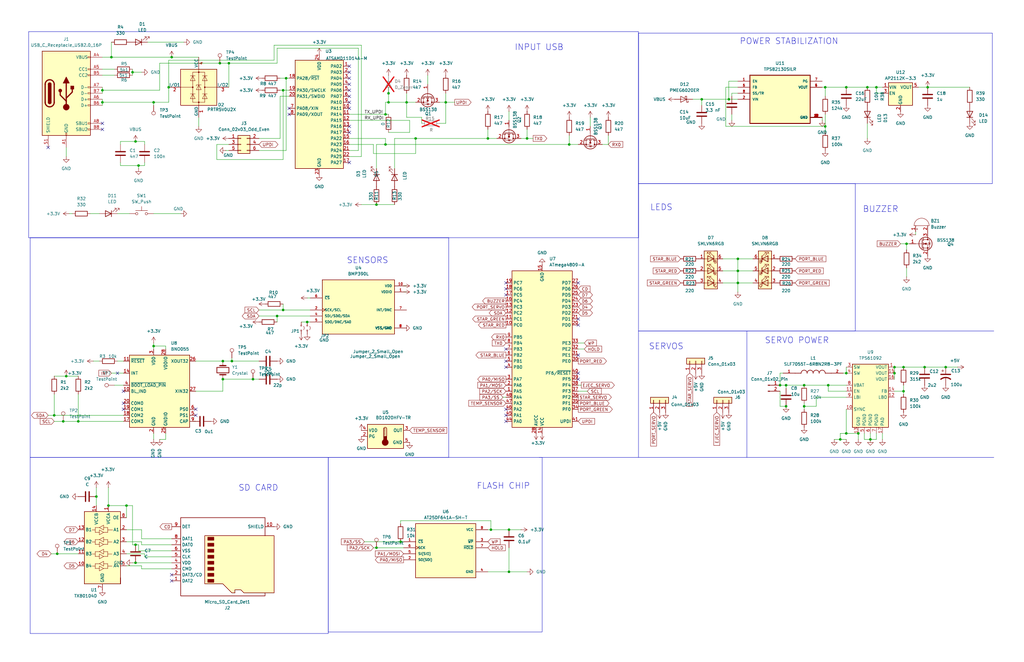
<source format=kicad_sch>
(kicad_sch (version 20250114) (generator "eeschema") (generator_version "9.0")
  (paper "USLedger")
  (rectangle (start 12.065 13.335) (end 269.24 100.33))
  (rectangle (start 12.7 100.33) (end 189.23 193.04))
  (rectangle (start 138.43 193.04) (end 228.6 266.7))
  (rectangle (start 12.7 193.04) (end 138.43 267.335))
  (rectangle (start 269.24 13.97) (end 418.465 77.47))
  (rectangle (start 269.24 77.47) (end 360.68 139.7))
  (text "SD CARD\n" (at 108.966 205.994 0) (effects (font (size 2.54 2.54))))
  (text "INPUT USB" (at 227.33 20.066 0) (effects (font (size 2.54 2.54))))
  (text "BUZZER\n" (at 371.348 88.392 0) (effects (font (size 2.54 2.54))))
  (text "POWER STABILIZATION" (at 332.74 17.526 0) (effects (font (size 2.54 2.54))))
  (text "FLASH CHIP\n" (at 212.2747 205.1733 0) (effects (font (size 2.54 2.54))))
  (text "SENSORS " (at 155.956 109.982 0) (effects (font (size 2.54 2.54))))
  (text "SERVOS\n" (at 280.924 146.304 0) (effects (font (size 2.54 2.54))))
  (text "LEDS\n" (at 278.892 87.63 0) (effects (font (size 2.54 2.54))))
  (text "SERVO POWER\n\n" (at 336.042 145.796 0) (effects (font (size 2.54 2.54))))
  (junction (at 339.09 171.45))
  (junction (at 354.33 185.42))
  (junction (at 162.56 48.26))
  (junction (at 71.12 36.83))
  (junction (at 331.47 171.45))
  (junction (at 106.68 160.02))
  (junction (at 339.09 162.56))
  (junction (at 97.79 152.4))
  (junction (at 377.19 154.94))
  (junction (at 43.18 43.18))
  (junction (at 331.47 162.56))
  (junction (at 46.99 24.13))
  (junction (at 58.42 69.85))
  (junction (at 57.15 229.87))
  (junction (at 365.76 36.83))
  (junction (at 171.45 43.18))
  (junction (at 240.03 60.96))
  (junction (at 24.13 233.68))
  (junction (at 33.02 177.8))
  (junction (at 162.56 60.96))
  (junction (at 205.74 58.42))
  (junction (at 40.64 209.55))
  (junction (at 311.15 114.3))
  (junction (at 93.98 152.4))
  (junction (at 222.25 58.42))
  (junction (at 367.03 185.42))
  (junction (at 119.38 130.81))
  (junction (at 55.88 30.48))
  (junction (at 356.87 157.48))
  (junction (at 120.65 33.02))
  (junction (at 129.54 135.89))
  (junction (at 356.87 36.83))
  (junction (at 163.83 43.18))
  (junction (at 398.78 154.94))
  (junction (at 45.72 213.36))
  (junction (at 92.71 26.67))
  (junction (at 307.34 41.91))
  (junction (at 64.77 146.05))
  (junction (at 96.52 26.67))
  (junction (at 43.18 38.1))
  (junction (at 369.57 36.83))
  (junction (at 311.15 119.38))
  (junction (at 27.94 158.75))
  (junction (at 158.75 231.14))
  (junction (at 391.16 36.83))
  (junction (at 382.27 102.87))
  (junction (at 347.98 36.83))
  (junction (at 53.34 213.36))
  (junction (at 214.63 241.3))
  (junction (at 93.98 160.02))
  (junction (at 347.98 53.34))
  (junction (at 349.25 162.56))
  (junction (at 187.96 43.18))
  (junction (at 72.39 24.13))
  (junction (at 57.15 237.49))
  (junction (at 207.01 223.52))
  (junction (at 381 154.94))
  (junction (at 116.84 133.35))
  (junction (at 175.26 58.42))
  (junction (at 57.15 59.69))
  (junction (at 64.77 43.18))
  (junction (at 389.89 154.94))
  (junction (at 26.67 177.8))
  (junction (at 295.91 41.91))
  (junction (at 377.19 157.48))
  (junction (at 158.75 86.36))
  (junction (at 381 165.1))
  (junction (at 356.87 182.88))
  (junction (at 361.95 182.88))
  (junction (at 214.63 223.52))
  (junction (at 163.83 39.37))
  (junction (at 328.93 162.56))
  (junction (at 22.86 175.26))
  (junction (at 168.91 228.6))
  (junction (at 119.38 38.1))
  (junction (at 311.15 109.22))
  (no_connect (at 243.84 137.16))
  (no_connect (at 147.32 55.88))
  (no_connect (at 213.36 154.94))
  (no_connect (at 20.32 62.23))
  (no_connect (at 147.32 33.02))
  (no_connect (at 147.32 53.34))
  (no_connect (at 147.32 27.94))
  (no_connect (at 147.32 40.64))
  (no_connect (at 147.32 38.1))
  (no_connect (at 52.07 165.1))
  (no_connect (at 121.92 48.26))
  (no_connect (at 213.36 177.8))
  (no_connect (at 147.32 43.18))
  (no_connect (at 43.18 54.61))
  (no_connect (at 147.32 30.48))
  (no_connect (at 243.84 149.86))
  (no_connect (at 243.84 160.02))
  (no_connect (at 49.53 157.48))
  (no_connect (at 121.92 45.72))
  (no_connect (at 213.36 152.4))
  (no_connect (at 213.36 172.72))
  (no_connect (at 52.07 172.72))
  (no_connect (at 213.36 175.26))
  (no_connect (at 243.84 134.62))
  (no_connect (at 82.55 175.26))
  (no_connect (at 82.55 172.72))
  (no_connect (at 72.39 242.57))
  (no_connect (at 147.32 68.58))
  (no_connect (at 72.39 245.11))
  (no_connect (at 213.36 124.46))
  (no_connect (at 147.32 45.72))
  (no_connect (at 213.36 119.38))
  (no_connect (at 147.32 35.56))
  (no_connect (at 213.36 147.32))
  (no_connect (at 243.84 157.48))
  (no_connect (at 243.84 119.38))
  (no_connect (at 43.18 52.07))
  (no_connect (at 52.07 170.18))
  (no_connect (at 213.36 121.92))
  (wire (pts (xy 311.15 123.19) (xy 311.15 119.38)))
  (wire (pts (xy 53.34 213.36) (xy 55.88 213.36)))
  (wire (pts (xy 351.79 185.42) (xy 354.33 185.42)))
  (wire (pts (xy 162.56 58.42) (xy 162.56 60.96)))
  (wire (pts (xy 82.55 152.4) (xy 93.98 152.4)))
  (wire (pts (xy 311.15 34.29) (xy 307.34 34.29)))
  (wire (pts (xy 354.33 182.88) (xy 356.87 182.88)))
  (wire (pts (xy 365.76 36.83) (xy 369.57 36.83)))
  (wire (pts (xy 355.6 157.48) (xy 356.87 157.48)))
  (wire (pts (xy 372.11 185.42) (xy 372.11 182.88)))
  (wire (pts (xy 33.02 177.8) (xy 52.07 177.8)))
  (wire (pts (xy 83.82 49.53) (xy 83.82 53.34)))
  (wire (pts (xy 339.09 171.45) (xy 339.09 170.18)))
  (wire (pts (xy 382.27 102.87) (xy 383.54 102.87)))
  (wire (pts (xy 50.8 69.85) (xy 58.42 69.85)))
  (wire (pts (xy 72.39 24.13) (xy 83.82 24.13)))
  (wire (pts (xy 71.12 25.4) (xy 115.57 25.4)))
  (wire (pts (xy 57.15 59.69) (xy 60.96 59.69)))
  (wire (pts (xy 55.88 229.87) (xy 55.88 213.36)))
  (wire (pts (xy 120.65 33.02) (xy 118.11 33.02)))
  (wire (pts (xy 147.32 48.26) (xy 162.56 48.26)))
  (wire (pts (xy 118.11 40.64) (xy 121.92 40.64)))
  (wire (pts (xy 22.86 166.37) (xy 22.86 175.26)))
  (wire (pts (xy 311.15 109.22) (xy 317.5 109.22)))
  (wire (pts (xy 43.18 36.83) (xy 43.18 38.1)))
  (wire (pts (xy 256.54 60.96) (xy 254 60.96)))
  (wire (pts (xy 307.34 41.91) (xy 311.15 41.91)))
  (wire (pts (xy 356.87 167.64) (xy 344.17 167.64)))
  (wire (pts (xy 92.71 26.67) (xy 96.52 26.67)))
  (wire (pts (xy 387.35 36.83) (xy 391.16 36.83)))
  (wire (pts (xy 116.84 26.67) (xy 116.84 20.32)))
  (wire (pts (xy 187.96 43.18) (xy 185.42 43.18)))
  (wire (pts (xy 240.03 60.96) (xy 243.84 60.96)))
  (polyline (pts (xy 314.96 193.04) (xy 314.96 139.7)))
  (wire (pts (xy 109.22 63.5) (xy 120.65 63.5)))
  (wire (pts (xy 212.09 167.64) (xy 213.36 167.64)))
  (wire (pts (xy 171.45 123.19) (xy 170.18 123.19)))
  (wire (pts (xy 43.18 43.18) (xy 64.77 43.18)))
  (wire (pts (xy 46.99 24.13) (xy 72.39 24.13)))
  (wire (pts (xy 339.09 162.56) (xy 349.25 162.56)))
  (wire (pts (xy 62.23 17.78) (xy 77.47 17.78)))
  (wire (pts (xy 304.8 114.3) (xy 311.15 114.3)))
  (wire (pts (xy 97.79 151.13) (xy 97.79 152.4)))
  (wire (pts (xy 163.83 43.18) (xy 171.45 43.18)))
  (wire (pts (xy 27.94 66.04) (xy 27.94 62.23)))
  (wire (pts (xy 166.37 58.42) (xy 175.26 58.42)))
  (wire (pts (xy 115.57 19.05) (xy 152.4 19.05)))
  (wire (pts (xy 295.91 44.45) (xy 295.91 41.91)))
  (wire (pts (xy 311.15 114.3) (xy 311.15 109.22)))
  (wire (pts (xy 205.74 58.42) (xy 209.55 58.42)))
  (wire (pts (xy 43.18 38.1) (xy 43.18 39.37)))
  (wire (pts (xy 153.67 228.6) (xy 168.91 228.6)))
  (wire (pts (xy 69.85 146.05) (xy 64.77 146.05)))
  (wire (pts (xy 367.03 182.88) (xy 367.03 185.42)))
  (wire (pts (xy 163.83 39.37) (xy 163.83 43.18)))
  (wire (pts (xy 292.1 41.91) (xy 295.91 41.91)))
  (wire (pts (xy 20.32 175.26) (xy 22.86 175.26)))
  (wire (pts (xy 60.96 69.85) (xy 60.96 68.58)))
  (wire (pts (xy 91.44 60.96) (xy 96.52 60.96)))
  (wire (pts (xy 48.26 162.56) (xy 52.07 162.56)))
  (wire (pts (xy 171.45 43.18) (xy 175.26 43.18)))
  (wire (pts (xy 43.18 43.18) (xy 43.18 44.45)))
  (wire (pts (xy 127 135.89) (xy 129.54 135.89)))
  (wire (pts (xy 59.69 228.6) (xy 53.34 228.6)))
  (wire (pts (xy 58.42 232.41) (xy 58.42 229.87)))
  (wire (pts (xy 82.55 165.1) (xy 93.98 165.1)))
  (wire (pts (xy 304.8 119.38) (xy 311.15 119.38)))
  (wire (pts (xy 158.75 86.36) (xy 166.37 86.36)))
  (wire (pts (xy 331.47 162.56) (xy 331.47 163.83)))
  (wire (pts (xy 157.48 64.77) (xy 175.26 64.77)))
  (wire (pts (xy 356.87 182.88) (xy 361.95 182.88)))
  (wire (pts (xy 45.72 205.74) (xy 45.72 213.36)))
  (wire (pts (xy 93.98 160.02) (xy 106.68 160.02)))
  (wire (pts (xy 245.11 162.56) (xy 243.84 162.56)))
  (wire (pts (xy 152.4 86.36) (xy 158.75 86.36)))
  (wire (pts (xy 40.64 205.74) (xy 40.64 209.55)))
  (wire (pts (xy 162.56 60.96) (xy 240.03 60.96)))
  (wire (pts (xy 57.15 229.87) (xy 55.88 229.87)))
  (wire (pts (xy 354.33 182.88) (xy 354.33 185.42)))
  (wire (pts (xy 109.22 58.42) (xy 118.11 58.42)))
  (wire (pts (xy 55.88 29.21) (xy 55.88 30.48)))
  (wire (pts (xy 43.18 38.1) (xy 67.31 38.1)))
  (wire (pts (xy 168.91 228.6) (xy 170.18 228.6)))
  (wire (pts (xy 147.32 60.96) (xy 157.48 60.96)))
  (wire (pts (xy 116.84 133.35) (xy 130.81 133.35)))
  (wire (pts (xy 24.13 233.68) (xy 33.02 233.68)))
  (wire (pts (xy 163.83 36.83) (xy 163.83 39.37)))
  (wire (pts (xy 168.91 220.98) (xy 168.91 219.71)))
  (wire (pts (xy 22.86 175.26) (xy 52.07 175.26)))
  (wire (pts (xy 175.26 64.77) (xy 175.26 58.42)))
  (wire (pts (xy 369.57 185.42) (xy 369.57 182.88)))
  (wire (pts (xy 59.69 238.76) (xy 53.34 238.76)))
  (wire (pts (xy 93.98 152.4) (xy 97.79 152.4)))
  (wire (pts (xy 381 166.37) (xy 381 165.1)))
  (wire (pts (xy 116.84 20.32) (xy 151.13 20.32)))
  (wire (pts (xy 43.18 31.75) (xy 48.26 31.75)))
  (wire (pts (xy 64.77 182.88) (xy 64.77 185.42)))
  (wire (pts (xy 308.61 39.37) (xy 311.15 39.37)))
  (wire (pts (xy 311.15 114.3) (xy 317.5 114.3)))
  (wire (pts (xy 119.38 130.81) (xy 130.81 130.81)))
  (wire (pts (xy 53.34 213.36) (xy 53.34 218.44)))
  (wire (pts (xy 162.56 48.26) (xy 162.56 43.18)))
  (wire (pts (xy 69.85 147.32) (xy 69.85 146.05)))
  (wire (pts (xy 60.96 234.95) (xy 60.96 233.68)))
  (wire (pts (xy 349.25 162.56) (xy 349.25 165.1)))
  (wire (pts (xy 356.87 36.83) (xy 365.76 36.83)))
  (wire (pts (xy 379.73 102.87) (xy 382.27 102.87)))
  (wire (pts (xy 81.28 177.8) (xy 82.55 177.8)))
  (wire (pts (xy 64.77 44.45) (xy 64.77 43.18)))
  (wire (pts (xy 222.25 58.42) (xy 224.79 58.42)))
  (wire (pts (xy 306.07 53.34) (xy 347.98 53.34)))
  (wire (pts (xy 22.86 177.8) (xy 26.67 177.8)))
  (wire (pts (xy 151.13 20.32) (xy 151.13 63.5)))
  (wire (pts (xy 43.18 41.91) (xy 43.18 43.18)))
  (wire (pts (xy 214.63 241.3) (xy 205.74 241.3)))
  (wire (pts (xy 33.02 166.37) (xy 33.02 177.8)))
  (wire (pts (xy 46.99 157.48) (xy 52.07 157.48)))
  (wire (pts (xy 96.52 26.67) (xy 96.52 36.83)))
  (wire (pts (xy 50.8 60.96) (xy 50.8 59.69)))
  (wire (pts (xy 311.15 109.22) (xy 304.8 109.22)))
  (wire (pts (xy 207.01 223.52) (xy 205.74 223.52)))
  (wire (pts (xy 382.27 113.03) (xy 382.27 116.84)))
  (wire (pts (xy 26.67 177.8) (xy 33.02 177.8)))
  (wire (pts (xy 67.31 26.67) (xy 92.71 26.67)))
  (wire (pts (xy 365.76 52.07) (xy 365.76 58.42)))
  (wire (pts (xy 369.57 36.83) (xy 372.11 36.83)))
  (wire (pts (xy 354.33 185.42) (xy 356.87 185.42)))
  (wire (pts (xy 191.77 43.18) (xy 187.96 43.18)))
  (wire (pts (xy 109.22 130.81) (xy 119.38 130.81)))
  (wire (pts (xy 243.84 144.78) (xy 246.38 144.78)))
  (polyline (pts (xy 269.24 193.04) (xy 269.24 139.7)))
  (wire (pts (xy 69.85 182.88) (xy 69.85 185.42)))
  (wire (pts (xy 344.17 167.64) (xy 344.17 171.45)))
  (wire (pts (xy 248.92 49.53) (xy 248.92 53.34)))
  (wire (pts (xy 172.72 50.8) (xy 172.72 55.88)))
  (wire (pts (xy 38.1 90.17) (xy 41.91 90.17)))
  (wire (pts (xy 58.42 69.85) (xy 60.96 69.85)))
  (wire (pts (xy 97.79 152.4) (xy 109.22 152.4)))
  (wire (pts (xy 356.87 154.94) (xy 356.87 157.48)))
  (wire (pts (xy 171.45 39.37) (xy 171.45 43.18)))
  (wire (pts (xy 185.42 52.07) (xy 187.96 52.07)))
  (wire (pts (xy 55.88 30.48) (xy 59.69 30.48)))
  (wire (pts (xy 377.19 154.94) (xy 377.19 157.48)))
  (wire (pts (xy 349.25 162.56) (xy 356.87 162.56)))
  (wire (pts (xy 389.89 154.94) (xy 381 154.94)))
  (wire (pts (xy 115.57 25.4) (xy 115.57 19.05)))
  (wire (pts (xy 118.11 58.42) (xy 118.11 40.64)))
  (wire (pts (xy 240.03 57.15) (xy 240.03 60.96)))
  (wire (pts (xy 109.22 133.35) (xy 116.84 133.35)))
  (wire (pts (xy 166.37 58.42) (xy 166.37 71.12)))
  (wire (pts (xy 356.87 172.72) (xy 356.87 182.88)))
  (wire (pts (xy 29.21 90.17) (xy 30.48 90.17)))
  (wire (pts (xy 57.15 237.49) (xy 72.39 237.49)))
  (wire (pts (xy 171.45 138.43) (xy 170.18 138.43)))
  (wire (pts (xy 64.77 146.05) (xy 64.77 147.32)))
  (wire (pts (xy 171.45 49.53) (xy 177.8 49.53)))
  (wire (pts (xy 162.56 48.26) (xy 163.83 48.26)))
  (wire (pts (xy 50.8 68.58) (xy 50.8 69.85)))
  (wire (pts (xy 43.18 29.21) (xy 48.26 29.21)))
  (wire (pts (xy 158.75 60.96) (xy 158.75 71.12)))
  (wire (pts (xy 152.4 66.04) (xy 147.32 66.04)))
  (wire (pts (xy 381 154.94) (xy 377.19 154.94)))
  (wire (pts (xy 247.65 165.1) (xy 243.84 165.1)))
  (wire (pts (xy 91.44 67.31) (xy 91.44 60.96)))
  (wire (pts (xy 58.42 229.87) (xy 57.15 229.87)))
  (wire (pts (xy 67.31 38.1) (xy 67.31 26.67)))
  (wire (pts (xy 175.26 58.42) (xy 205.74 58.42)))
  (wire (pts (xy 59.69 229.87) (xy 72.39 229.87)))
  (wire (pts (xy 214.63 231.14) (xy 214.63 241.3)))
  (wire (pts (xy 222.25 54.61) (xy 222.25 58.42)))
  (wire (pts (xy 118.11 38.1) (xy 119.38 38.1)))
  (wire (pts (xy 295.91 41.91) (xy 307.34 41.91)))
  (wire (pts (xy 346.71 49.53) (xy 346.71 50.8)))
  (wire (pts (xy 219.71 223.52) (xy 214.63 223.52)))
  (wire (pts (xy 71.12 36.83) (xy 71.12 25.4)))
  (wire (pts (xy 364.49 185.42) (xy 367.03 185.42)))
  (wire (pts (xy 377.19 165.1) (xy 381 165.1)))
  (wire (pts (xy 205.74 54.61) (xy 205.74 58.42)))
  (wire (pts (xy 157.48 60.96) (xy 157.48 64.77)))
  (wire (pts (xy 306.07 36.83) (xy 311.15 36.83)))
  (wire (pts (xy 59.69 227.33) (xy 59.69 223.52)))
  (wire (pts (xy 171.45 43.18) (xy 171.45 49.53)))
  (wire (pts (xy 347.98 40.64) (xy 347.98 36.83)))
  (wire (pts (xy 328.93 165.1) (xy 328.93 171.45)))
  (wire (pts (xy 116.84 133.35) (xy 116.84 135.89)))
  (wire (pts (xy 162.56 43.18) (xy 163.83 43.18)))
  (wire (pts (xy 177.8 49.53) (xy 177.8 52.07)))
  (wire (pts (xy 398.78 154.94) (xy 389.89 154.94)))
  (wire (pts (xy 311.15 119.38) (xy 311.15 114.3)))
  (wire (pts (xy 40.64 209.55) (xy 40.64 213.36)))
  (wire (pts (xy 398.78 154.94) (xy 403.86 154.94)))
  (wire (pts (xy 311.15 119.38) (xy 317.5 119.38)))
  (wire (pts (xy 96.52 26.67) (xy 116.84 26.67)))
  (wire (pts (xy 243.84 147.32) (xy 246.38 147.32)))
  (wire (pts (xy 367.03 185.42) (xy 369.57 185.42)))
  (wire (pts (xy 339.09 172.72) (xy 339.09 171.45)))
  (wire (pts (xy 59.69 223.52) (xy 53.34 223.52)))
  (wire (pts (xy 364.49 182.88) (xy 364.49 185.42)))
  (wire (pts (xy 347.98 55.88) (xy 347.98 53.34)))
  (wire (pts (xy 207.01 219.71) (xy 207.01 223.52)))
  (wire (pts (xy 328.93 162.56) (xy 331.47 162.56)))
  (wire (pts (xy 21.59 233.68) (xy 24.13 233.68)))
  (wire (pts (xy 119.38 67.31) (xy 91.44 67.31)))
  (wire (pts (xy 180.34 31.75) (xy 180.34 35.56)))
  (wire (pts (xy 147.32 58.42) (xy 162.56 58.42)))
  (wire (pts (xy 55.88 237.49) (xy 57.15 237.49)))
  (wire (pts (xy 391.16 36.83) (xy 408.94 36.83)))
  (wire (pts (xy 308.61 48.26) (xy 308.61 50.8)))
  (wire (pts (xy 59.69 229.87) (xy 59.69 228.6)))
  (wire (pts (xy 41.91 152.4) (xy 39.37 152.4)))
  (wire (pts (xy 50.8 59.69) (xy 57.15 59.69)))
  (wire (pts (xy 349.25 165.1) (xy 356.87 165.1)))
  (wire (pts (xy 346.71 36.83) (xy 347.98 36.83)))
  (wire (pts (xy 72.39 232.41) (xy 58.42 232.41)))
  (wire (pts (xy 49.53 90.17) (xy 54.61 90.17)))
  (wire (pts (xy 222.25 241.3) (xy 214.63 241.3)))
  (wire (pts (xy 339.09 171.45) (xy 344.17 171.45)))
  (wire (pts (xy 168.91 219.71) (xy 207.01 219.71)))
  (wire (pts (xy 151.13 63.5) (xy 147.32 63.5)))
  (wire (pts (xy 306.07 53.34) (xy 306.07 36.83)))
  (wire (pts (xy 361.95 185.42) (xy 361.95 182.88)))
  (wire (pts (xy 377.19 157.48) (xy 377.19 160.02)))
  (wire (pts (xy 130.81 135.89) (xy 129.54 135.89)))
  (wire (pts (xy 328.93 157.48) (xy 328.93 162.56)))
  (wire (pts (xy 382.27 102.87) (xy 382.27 105.41)))
  (wire (pts (xy 64.77 90.17) (xy 76.2 90.17)))
  (wire (pts (xy 46.99 17.78) (xy 46.99 24.13)))
  (wire (pts (xy 43.18 24.13) (xy 46.99 24.13)))
  (wire (pts (xy 328.93 157.48) (xy 330.2 157.48)))
  (wire (pts (xy 256.54 57.15) (xy 256.54 60.96)))
  (wire (pts (xy 331.47 162.56) (xy 339.09 162.56)))
  (wire (pts (xy 152.4 19.05) (xy 152.4 66.04)))
  (wire (pts (xy 307.34 34.29) (xy 307.34 41.91)))
  (polyline (pts (xy 227.33 193.04) (xy 419.1 193.04)))
  (wire (pts (xy 386.08 97.79) (xy 386.08 99.06)))
  (wire (pts (xy 106.68 160.02) (xy 109.22 160.02)))
  (wire (pts (xy 214.63 46.99) (xy 214.63 50.8)))
  (wire (pts (xy 96.52 63.5) (xy 95.25 63.5)))
  (wire (pts (xy 207.01 223.52) (xy 214.63 223.52)))
  (wire (pts (xy 53.34 233.68) (xy 60.96 233.68)))
  (wire (pts (xy 187.96 52.07) (xy 187.96 43.18)))
  (wire (pts (xy 187.96 39.37) (xy 187.96 43.18)))
  (wire (pts (xy 121.92 33.02) (xy 120.65 33.02)))
  (wire (pts (xy 347.98 36.83) (xy 356.87 36.83)))
  (wire (pts (xy 59.69 240.03) (xy 59.69 238.76)))
  (wire (pts (xy 45.72 213.36) (xy 53.34 213.36)))
  (wire (pts (xy 119.38 38.1) (xy 119.38 67.31)))
  (wire (pts (xy 308.61 39.37) (xy 308.61 40.64)))
  (wire (pts (xy 120.65 63.5) (xy 120.65 33.02)))
  (wire (pts (xy 64.77 43.18) (xy 71.12 43.18)))
  (wire (pts (xy 64.77 144.78) (xy 64.77 146.05)))
  (wire (pts (xy 69.85 185.42) (xy 67.31 185.42)))
  (wire (pts (xy 49.53 152.4) (xy 52.07 152.4)))
  (wire (pts (xy 22.86 158.75) (xy 27.94 158.75)))
  (wire (pts (xy 130.81 125.73) (xy 129.54 125.73)))
  (wire (pts (xy 222.25 58.42) (xy 219.71 58.42)))
  (wire (pts (xy 93.98 165.1) (xy 93.98 160.02)))
  (wire (pts (xy 71.12 43.18) (xy 71.12 36.83)))
  (wire (pts (xy 347.98 53.34) (xy 347.98 48.26)))
  (wire (pts (xy 158.75 60.96) (xy 162.56 60.96)))
  (wire (pts (xy 381 165.1) (xy 381 162.56)))
  (wire (pts (xy 119.38 38.1) (xy 121.92 38.1)))
  (wire (pts (xy 119.38 128.27) (xy 119.38 130.81)))
  (wire (pts (xy 55.88 30.48) (xy 55.88 31.75)))
  (wire (pts (xy 369.57 36.83) (xy 369.57 39.37)))
  (wire (pts (xy 158.75 231.14) (xy 170.18 231.14)))
  (wire (pts (xy 328.93 171.45) (xy 331.47 171.45)))
  (wire (pts (xy 147.32 50.8) (xy 172.72 50.8)))
  (wire (pts (xy 60.96 59.69) (xy 60.96 60.96)))
  (wire (pts (xy 171.45 120.65) (xy 170.18 120.65)))
  (wire (pts (xy 58.42 69.85) (xy 58.42 71.12)))
  (wire (pts (xy 172.72 55.88) (xy 163.83 55.88)))
  (polyline (pts (xy 269.24 139.7) (xy 419.1 139.7)))
  (wire (pts (xy 60.96 234.95) (xy 72.39 234.95)))
  (wire (pts (xy 27.94 158.75) (xy 33.02 158.75)))
  (wire (pts (xy 369.57 39.37) (xy 372.11 39.37)))
  (wire (pts (xy 157.48 231.14) (xy 158.75 231.14)))
  (wire (pts (xy 72.39 240.03) (xy 59.69 240.03)))
  (wire (pts (xy 59.69 227.33) (xy 72.39 227.33)))
  (label "RX_UPDI" (at 153.67 50.8 0))
  (label "TX_UPDI" (at 153.67 48.26 0))
  (global_label "EJEC_SERVO" (shape output) (at 245.11 162.56 0) (property "Intersheetrefs" "${INTERSHEET_REFS}" (effects (hide yes))))
  (global_label "BUZZER" (shape input) (at 379.73 102.87 180) (property "Intersheetrefs" "${INTERSHEET_REFS}" (effects (hide yes))))
  (global_label "TX0" (shape input) (at 213.36 144.78 180) (property "Intersheetrefs" "${INTERSHEET_REFS}" (effects (hide yes))))
  (global_label "RX0" (shape input) (at 256.54 60.96 0) (property "Intersheetrefs" "${INTERSHEET_REFS}" (effects (hide yes))))
  (global_label "STAR_RED" (shape input) (at 287.02 114.3 180) (property "Intersheetrefs" "${INTERSHEET_REFS}" (effects (hide yes))))
  (global_label "TX0" (shape output) (at 224.79 58.42 0) (property "Intersheetrefs" "${INTERSHEET_REFS}" (effects (hide yes))))
  (global_label "STAR_GREEN" (shape output) (at 213.36 134.62 180) (property "Intersheetrefs" "${INTERSHEET_REFS}" (effects (hide yes))))
  (global_label "PORT_BLUE" (shape output) (at 243.84 170.18 0) (property "Intersheetrefs" "${INTERSHEET_REFS}" (effects (hide yes))))
  (global_label "CD" (shape output) (at 72.39 222.25 180) (property "Intersheetrefs" "${INTERSHEET_REFS}" (effects (hide yes))))
  (global_label "UPDI" (shape input) (at 243.84 177.8 0) (property "Intersheetrefs" "${INTERSHEET_REFS}" (effects (hide yes))))
  (global_label "PA0{slash}MISO" (shape output) (at 213.36 160.02 180) (property "Intersheetrefs" "${INTERSHEET_REFS}" (effects (hide yes))))
  (global_label "PORT_SERVO" (shape input) (at 275.59 173.99 270) (property "Intersheetrefs" "${INTERSHEET_REFS}" (effects (hide yes))))
  (global_label "D4" (shape bidirectional) (at 21.59 233.68 180) (property "Intersheetrefs" "${INTERSHEET_REFS}" (effects (hide yes))))
  (global_label "PA2{slash}SCK" (shape input) (at 213.36 165.1 180) (property "Intersheetrefs" "${INTERSHEET_REFS}" (effects (hide yes))))
  (global_label "D6" (shape bidirectional) (at 243.84 127 0) (property "Intersheetrefs" "${INTERSHEET_REFS}" (effects (hide yes))))
  (global_label "D5" (shape bidirectional) (at 33.02 238.76 180) (property "Intersheetrefs" "${INTERSHEET_REFS}" (effects (hide yes))))
  (global_label "CD" (shape input) (at 243.84 121.92 0) (property "Intersheetrefs" "${INTERSHEET_REFS}" (effects (hide yes))))
  (global_label "PORT_RED" (shape output) (at 243.84 152.4 0) (property "Intersheetrefs" "${INTERSHEET_REFS}" (effects (hide yes))))
  (global_label "STAR_BLUE" (shape input) (at 287.02 109.22 180) (property "Intersheetrefs" "${INTERSHEET_REFS}" (effects (hide yes))))
  (global_label "WP" (shape input) (at 246.38 144.78 0) (property "Intersheetrefs" "${INTERSHEET_REFS}" (effects (hide yes))))
  (global_label "RX0" (shape output) (at 213.36 142.24 180) (property "Intersheetrefs" "${INTERSHEET_REFS}" (effects (hide yes))))
  (global_label "PA1{slash}MOSI" (shape input) (at 170.18 233.68 180) (property "Intersheetrefs" "${INTERSHEET_REFS}" (effects (hide yes))))
  (global_label "D7" (shape bidirectional) (at 243.84 124.46 0) (property "Intersheetrefs" "${INTERSHEET_REFS}" (effects (hide yes))))
  (global_label "STAR_RED" (shape output) (at 213.36 137.16 180) (property "Intersheetrefs" "${INTERSHEET_REFS}" (effects (hide yes))))
  (global_label "UPDI" (shape bidirectional) (at 109.22 60.96 0) (property "Intersheetrefs" "${INTERSHEET_REFS}" (effects (hide yes))))
  (global_label "PORT_GREEN" (shape input) (at 335.28 119.38 0) (property "Intersheetrefs" "${INTERSHEET_REFS}" (effects (hide yes))))
  (global_label "PA2{slash}SCK" (shape input) (at 157.48 231.14 180) (property "Intersheetrefs" "${INTERSHEET_REFS}" (effects (hide yes))))
  (global_label "PORT_BLUE" (shape input) (at 335.28 109.22 0) (property "Intersheetrefs" "${INTERSHEET_REFS}" (effects (hide yes))))
  (global_label "TEMP_SENSOR" (shape input) (at 172.72 181.61 0) (property "Intersheetrefs" "${INTERSHEET_REFS}" (effects (hide yes))))
  (global_label "STAR_GREEN" (shape input) (at 287.02 119.38 180) (property "Intersheetrefs" "${INTERSHEET_REFS}" (effects (hide yes))))
  (global_label "PA0{slash}MISO" (shape output) (at 170.18 236.22 180) (property "Intersheetrefs" "${INTERSHEET_REFS}" (effects (hide yes))))
  (global_label "SCL" (shape input) (at 247.65 165.1 0) (property "Intersheetrefs" "${INTERSHEET_REFS}" (effects (hide yes))))
  (global_label "D6" (shape bidirectional) (at 33.02 228.6 180) (property "Intersheetrefs" "${INTERSHEET_REFS}" (effects (hide yes))))
  (global_label "INT" (shape input) (at 46.99 157.48 180) (property "Intersheetrefs" "${INTERSHEET_REFS}" (effects (hide yes))))
  (global_label "D4" (shape bidirectional) (at 243.84 129.54 0) (property "Intersheetrefs" "${INTERSHEET_REFS}" (effects (hide yes))))
  (global_label "BUZZER" (shape output) (at 213.36 127 180) (property "Intersheetrefs" "${INTERSHEET_REFS}" (effects (hide yes))))
  (global_label "STAR_SERVO" (shape input) (at 290.83 157.48 270) (property "Intersheetrefs" "${INTERSHEET_REFS}" (effects (hide yes))))
  (global_label "PA1{slash}MOSI" (shape input) (at 213.36 162.56 180) (property "Intersheetrefs" "${INTERSHEET_REFS}" (effects (hide yes))))
  (global_label "PORT_SERVO" (shape output) (at 213.36 129.54 180) (property "Intersheetrefs" "${INTERSHEET_REFS}" (effects (hide yes))))
  (global_label "EJEC_SERVO" (shape input) (at 302.26 173.99 270) (property "Intersheetrefs" "${INTERSHEET_REFS}" (effects (hide yes))))
  (global_label "WP" (shape input) (at 205.74 228.6 0) (property "Intersheetrefs" "${INTERSHEET_REFS}" (effects (hide yes))))
  (global_label "SDA" (shape bidirectional) (at 213.36 132.08 180) (property "Intersheetrefs" "${INTERSHEET_REFS}" (effects (hide yes))))
  (global_label "SDA" (shape bidirectional) (at 20.32 175.26 180) (property "Intersheetrefs" "${INTERSHEET_REFS}" (effects (hide yes))))
  (global_label "D7" (shape bidirectional) (at 33.02 223.52 180) (property "Intersheetrefs" "${INTERSHEET_REFS}" (effects (hide yes))))
  (global_label "SDA" (shape bidirectional) (at 109.22 133.35 180) (property "Intersheetrefs" "${INTERSHEET_REFS}" (effects (hide yes))))
  (global_label "SCL" (shape input) (at 22.86 177.8 180) (property "Intersheetrefs" "${INTERSHEET_REFS}" (effects (hide yes))))
  (global_label "SCL" (shape input) (at 109.22 130.81 180) (property "Intersheetrefs" "${INTERSHEET_REFS}" (effects (hide yes))))
  (global_label "TEMP_SENSOR" (shape input) (at 213.36 170.18 180) (property "Intersheetrefs" "${INTERSHEET_REFS}" (effects (hide yes))))
  (global_label "PA3{slash}SS" (shape input) (at 153.67 228.6 180) (property "Intersheetrefs" "${INTERSHEET_REFS}" (effects (hide yes))))
  (global_label "UPDI" (shape output) (at 191.77 43.18 0) (property "Intersheetrefs" "${INTERSHEET_REFS}" (effects (hide yes))))
  (global_label "HOLD" (shape input) (at 246.38 147.32 0) (property "Intersheetrefs" "${INTERSHEET_REFS}" (effects (hide yes))))
  (global_label "D5" (shape bidirectional) (at 243.84 132.08 0) (property "Intersheetrefs" "${INTERSHEET_REFS}" (effects (hide yes))))
  (global_label "PORT_RED" (shape input) (at 335.28 114.3 0) (property "Intersheetrefs" "${INTERSHEET_REFS}" (effects (hide yes))))
  (global_label "PA3{slash}SS" (shape input) (at 212.09 167.64 180) (property "Intersheetrefs" "${INTERSHEET_REFS}" (effects (hide yes))))
  (global_label "STAR_BLUE" (shape output) (at 213.36 149.86 180) (property "Intersheetrefs" "${INTERSHEET_REFS}" (effects (hide yes))))
  (global_label "PORT_GREEN" (shape output) (at 243.84 172.72 0) (property "Intersheetrefs" "${INTERSHEET_REFS}" (effects (hide yes))))
  (global_label "STAR_SERVO" (shape output) (at 243.84 167.64 0) (property "Intersheetrefs" "${INTERSHEET_REFS}" (effects (hide yes))))
  (global_label "HOLD" (shape input) (at 205.74 231.14 0) (property "Intersheetrefs" "${INTERSHEET_REFS}" (effects (hide yes))))
  (symbol (lib_id "power:GND") (at 172.72 186.69 0) (unit 1)
    (property "Reference" "#PWR0171" (effects (hide yes)))
    (property "Value" "GND" (at 172.72 191.77 0))
    (property "Description" "Power symbol creates a global label with name \"GND\" , ground" (effects (hide yes)))
  )
  (symbol (lib_id "power:GND") (at 152.4 184.15 0) (unit 1)
    (property "Reference" "#PWR0172" (effects (hide yes)))
    (property "Value" "GND" (at 152.4 189.23 0))
    (property "Description" "Power symbol creates a global label with name \"GND\" , ground" (effects (hide yes)))
  )
  (symbol (lib_id "Connector:TestPoint") (at 26.67 177.8 0) (unit 1)
    (property "Reference" "TP2" (at 29.21 173.2279 0) (effects (justify left)))
    (property "Value" "TestPoint" (at 29.21 175.7679 0) (effects (justify left)))
    (property "Footprint" "TestPoint:TestPoint_Pad_1.0x1.0mm" (effects (hide yes)))
    (property "Description" "test point" (effects (hide yes)))
  )
  (symbol (lib_id "Device:R") (at 115.57 128.27 90) (unit 1)
    (property "Reference" "R10" (at 115.316 123.444 90))
    (property "Value" "4k7" (at 114.808 125.222 90))
    (property "Footprint" "Resistor_SMD:R_0402_1005Metric" (effects (hide yes)))
    (property "Description" "Resistor" (effects (hide yes)))
  )
  (symbol (lib_id "Device:LED") (at 408.94 48.26 90) (unit 1)
    (property "Reference" "D14" (at 412.75 48.5774 90) (effects (justify right)))
    (property "Value" "LED" (at 412.75 51.1174 90) (effects (justify right)))
    (property "Footprint" "LED_SMD:LED_0201_0603Metric" (effects (hide yes)))
    (property "Description" "Light emitting diode" (effects (hide yes)))
    (property "Sim.Pins" "1=K 2=A" (effects (hide yes)))
  )
  (symbol (lib_id "Connector:TestPoint") (at 24.13 233.68 0) (unit 1)
    (property "Reference" "TP1" (at 26.67 229.1079 0) (effects (justify left)))
    (property "Value" "TestPoint" (at 26.67 231.6479 0) (effects (justify left)))
    (property "Footprint" "TestPoint:TestPoint_Pad_1.0x1.0mm" (effects (hide yes)))
    (property "Description" "test point" (effects (hide yes)))
  )
  (symbol (lib_id "Device:R") (at 290.83 109.22 90) (unit 1)
    (property "Reference" "R21" (at 290.83 109.474 90))
    (property "Value" "220" (at 290.83 111.506 90))
    (property "Footprint" "Resistor_SMD:R_0402_1005Metric" (effects (hide yes)))
    (property "Description" "Resistor" (effects (hide yes)))
  )
  (symbol (lib_id "power:GND") (at 389.89 162.56 0) (unit 1)
    (property "Reference" "#PWR0127" (effects (hide yes)))
    (property "Value" "GND" (at 389.89 167.64 0))
    (property "Description" "Power symbol creates a global label with name \"GND\" , ground" (effects (hide yes)))
  )
  (symbol (lib_id "power:GND") (at 391.16 107.95 0) (unit 1)
    (property "Reference" "#PWR070" (effects (hide yes)))
    (property "Value" "GND" (at 391.16 113.03 0))
    (property "Description" "Power symbol creates a global label with name \"GND\" , ground" (effects (hide yes)))
  )
  (symbol (lib_id "Device:R") (at 205.74 50.8 0) (unit 1)
    (property "Reference" "R17" (at 208.28 49.5299 0) (effects (justify left)))
    (property "Value" "4k7" (at 208.28 52.0699 0) (effects (justify left)))
    (property "Footprint" "Resistor_SMD:R_0402_1005Metric" (effects (hide yes)))
    (property "Description" "Resistor" (effects (hide yes)))
  )
  (symbol (lib_id "power:+3.3V") (at 39.37 152.4 90) (unit 1)
    (property "Reference" "#PWR0181" (effects (hide yes)))
    (property "Value" "+3.3V" (at 35.56 152.4001 90) (effects (justify left)))
    (property "Description" "Power symbol creates a global label with name \"+3.3V\"" (effects (hide yes)))
  )
  (symbol (lib_id "power:+3.3V") (at 228.6 182.88 180) (unit 1)
    (property "Reference" "#PWR0174" (effects (hide yes)))
    (property "Value" "+3.3V" (at 226.822 186.944 0))
    (property "Description" "Power symbol creates a global label with name \"+3.3V\"" (effects (hide yes)))
  )
  (symbol (lib_id "Device:R") (at 331.47 119.38 90) (unit 1)
    (property "Reference" "R26" (at 331.724 119.634 90))
    (property "Value" "220" (at 331.47 122.682 90))
    (property "Footprint" "Resistor_SMD:R_0402_1005Metric" (effects (hide yes)))
    (property "Description" "Resistor" (effects (hide yes)))
  )
  (symbol (lib_id "power:GND") (at 307.34 173.99 0) (unit 1)
    (property "Reference" "#PWR0117" (effects (hide yes)))
    (property "Value" "GND" (at 307.3401 177.8 90) (effects (justify right)))
    (property "Description" "Power symbol creates a global label with name \"GND\" , ground" (effects (hide yes)))
  )
  (symbol (lib_id "Connector:TestPoint") (at 48.26 162.56 90) (unit 1)
    (property "Reference" "TP7" (at 44.958 157.48 90))
    (property "Value" "TestPoint" (at 44.958 160.02 90))
    (property "Footprint" "TestPoint:TestPoint_Pad_1.0x1.0mm" (effects (hide yes)))
    (property "Description" "test point" (effects (hide yes)))
  )
  (symbol (lib_id "power:+3.3V") (at 170.18 120.65 270) (unit 1)
    (property "Reference" "#PWR0149" (effects (hide yes)))
    (property "Value" "+3.3V" (at 173.99 120.6499 90) (effects (justify left)))
    (property "Description" "Power symbol creates a global label with name \"+3.3V\"" (effects (hide yes)))
  )
  (symbol (lib_id "Logic_LevelTranslator:TXB0104D") (at 43.18 231.14 0) (mirror y) (unit 1)
    (property "Reference" "U1" (at 40.9859 248.92 0) (effects (justify left)))
    (property "Value" "TXB0104D" (at 40.9859 251.46 0) (effects (justify left)))
    (property "Footprint" "Package_SO:SOIC-14_3.9x8.7mm_P1.27mm" (effects (hide yes)))
    (property "Datasheet" "http://www.ti.com/lit/ds/symlink/txb0104.pdf" (effects (hide yes)))
    (property "Description" "4-Bit Bidirectional Voltage-Level Translator, Auto Direction Sensing and ±15-kV ESD Protection, 1.2 - 3.6V APort, 1.65 - 5.5V BPort, SOIC-14" (effects (hide yes)))
  )
  (symbol (lib_id "Device:R") (at 114.3 33.02 90) (unit 1)
    (property "Reference" "R8" (at 110.998 35.306 90))
    (property "Value" "4k7" (at 114.808 35.306 90))
    (property "Footprint" "Resistor_SMD:R_0402_1005Metric" (effects (hide yes)))
    (property "Description" "Resistor" (effects (hide yes)))
  )
  (symbol (lib_id "power:+3.3V") (at 110.49 33.02 90) (unit 1)
    (property "Reference" "#PWR0150" (effects (hide yes)))
    (property "Value" "+3.3V" (at 106.68 33.0199 90) (effects (justify left)))
    (property "Description" "Power symbol creates a global label with name \"+3.3V\"" (effects (hide yes)))
  )
  (symbol (lib_id "Device:C") (at 331.47 167.64 0) (unit 1)
    (property "Reference" "C8" (at 333.502 163.83 0) (effects (justify left)))
    (property "Value" "10u" (at 333.502 166.37 0) (effects (justify left)))
    (property "Footprint" "Capacitor_SMD:C_0201_0603Metric" (effects (hide yes)))
    (property "Description" "Unpolarized capacitor" (effects (hide yes)))
  )
  (symbol (lib_id "Connector:TestPoint") (at 97.79 151.13 0) (unit 1)
    (property "Reference" "TP5" (at 100.33 146.5579 0) (effects (justify left)))
    (property "Value" "TestPoint" (at 100.33 149.0979 0) (effects (justify left)))
    (property "Footprint" "TestPoint:TestPoint_Pad_1.0x1.0mm" (effects (hide yes)))
    (property "Description" "test point" (effects (hide yes)))
  )
  (symbol (lib_id "power:GND") (at 27.94 66.04 0) (unit 1)
    (property "Reference" "#PWR0141" (effects (hide yes)))
    (property "Value" "GND" (at 27.94 71.12 0))
    (property "Description" "Power symbol creates a global label with name \"GND\" , ground" (effects (hide yes)))
  )
  (symbol (lib_id "Device:C") (at 295.91 48.26 0) (unit 1)
    (property "Reference" "C14" (at 286.512 47.244 0) (effects (justify left)))
    (property "Value" "10uF" (at 286.512 49.784 0) (effects (justify left)))
    (property "Footprint" "Capacitor_SMD:C_0201_0603Metric" (effects (hide yes)))
    (property "Description" "Unpolarized capacitor" (effects (hide yes)))
  )
  (symbol (lib_id "power:+3.3V") (at 386.08 99.06 90) (unit 1)
    (property "Reference" "#PWR02" (effects (hide yes)))
    (property "Value" "+3.3V" (at 382.27 99.0599 90) (effects (justify left)))
    (property "Description" "Power symbol creates a global label with name \"+3.3V\"" (effects (hide yes)))
  )
  (symbol (lib_id "Device:Buzzer") (at 388.62 95.25 90) (unit 1)
    (property "Reference" "BZ1" (at 392.43 93.2248 90) (effects (justify right)))
    (property "Value" "Buzzer" (at 392.43 95.7648 90) (effects (justify right)))
    (property "Footprint" "Buzzer_Beeper:MagneticBuzzer_Kingstate_KCG0601" (effects (hide yes)))
    (property "Description" "Buzzer, polarized" (effects (hide yes)))
  )
  (symbol (lib_id "Switch:SW_Push") (at 59.69 90.17 0) (unit 1)
    (property "Reference" "SW1" (at 59.69 82.55 0))
    (property "Value" "SW_Push" (at 59.69 85.09 0))
    (property "Description" "Push button switch, generic, two pins" (effects (hide yes)))
  )
  (symbol (lib_id "Regulator_Linear:AP2112K-3.3") (at 379.73 39.37 0) (unit 1)
    (property "Reference" "U12" (at 379.73 30.48 0))
    (property "Value" "AP2112K-3.3" (at 379.73 33.02 0))
    (property "Footprint" "Package_TO_SOT_SMD:SOT-23-5" (effects (hide yes)))
    (property "Datasheet" "https://www.diodes.com/assets/Datasheets/AP2112.pdf" (effects (hide yes)))
    (property "Description" "600mA low dropout linear regulator, with enable pin, 3.8V-6V input voltage range, 3.3V fixed positive output, SOT-23-5" (effects (hide yes)))
  )
  (symbol (lib_id "LED:SMLVN6RGB") (at 299.72 114.3 0) (unit 1)
    (property "Reference" "D7" (at 299.72 100.33 0))
    (property "Value" "SMLVN6RGB" (at 299.72 102.87 0))
    (property "Footprint" "LED_SMD:LED_ROHM_SMLVN6" (effects (hide yes)))
    (property "Datasheet" "https://www.rohm.com/datasheet/SMLVN6RGB1U" (effects (hide yes)))
    (property "Description" "High Brightness Tri-Color LED, RGB, 3.5x2.8mm" (effects (hide yes)))
  )
  (symbol (lib_id "Connector:TestPoint") (at 158.75 231.14 0) (unit 1)
    (property "Reference" "TP6" (at 161.29 226.5679 0) (effects (justify left)))
    (property "Value" "TestPoint" (at 161.29 229.1079 0) (effects (justify left)))
    (property "Footprint" "TestPoint:TestPoint_Pad_1.0x1.0mm" (effects (hide yes)))
    (property "Description" "test point" (effects (hide yes)))
  )
  (symbol (lib_id "Device:R") (at 382.27 109.22 0) (unit 1)
    (property "Reference" "R34" (at 384.81 107.9499 0) (effects (justify left)))
    (property "Value" "2k2" (at 384.81 110.4899 0) (effects (justify left)))
    (property "Footprint" "Resistor_SMD:R_0402_1005Metric" (effects (hide yes)))
    (property "Description" "Resistor" (effects (hide yes)))
  )
  (symbol (lib_id "Device:R") (at 256.54 53.34 0) (unit 1)
    (property "Reference" "R20" (at 259.08 52.0699 0) (effects (justify left)))
    (property "Value" "4k7" (at 259.08 54.6099 0) (effects (justify left)))
    (property "Footprint" "Resistor_SMD:R_0402_1005Metric" (effects (hide yes)))
    (property "Description" "Resistor" (effects (hide yes)))
  )
  (symbol (lib_id "power:+3.3V") (at 163.83 31.75 0) (unit 1)
    (property "Reference" "#PWR0133" (effects (hide yes)))
    (property "Value" "+3.3V" (at 163.83 26.67 0))
    (property "Description" "Power symbol creates a global label with name \"+3.3V\"" (effects (hide yes)))
  )
  (symbol (lib_id "Device:C_Polarized_US") (at 398.78 158.75 0) (unit 1)
    (property "Reference" "C13" (at 401.066 156.464 0) (effects (justify left)))
    (property "Value" "100u" (at 400.812 162.306 0) (effects (justify left)))
    (property "Footprint" "Capacitor_SMD:CP_Elec_6.3x5.4" (effects (hide yes)))
    (property "Description" "Polarized capacitor, US symbol" (effects (hide yes)))
  )
  (symbol (lib_id "power:GND") (at 295.91 52.07 0) (unit 1)
    (property "Reference" "#PWR0131" (effects (hide yes)))
    (property "Value" "GND" (at 291.338 51.562 0))
    (property "Description" "Power symbol creates a global label with name \"GND\" , ground" (effects (hide yes)))
  )
  (symbol (lib_id "power:GND") (at 331.47 171.45 0) (unit 1)
    (property "Reference" "#PWR03" (effects (hide yes)))
    (property "Value" "GND" (at 331.47 176.53 0))
    (property "Description" "Power symbol creates a global label with name \"GND\" , ground" (effects (hide yes)))
  )
  (symbol (lib_id "power:GND") (at 408.94 52.07 0) (unit 1)
    (property "Reference" "#PWR0193" (effects (hide yes)))
    (property "Value" "GND" (at 408.94 57.15 0))
    (property "Description" "Power symbol creates a global label with name \"GND\" , ground" (effects (hide yes)))
  )
  (symbol (lib_id "power:+3.3V") (at 129.54 125.73 90) (unit 1)
    (property "Reference" "#PWR0145" (effects (hide yes)))
    (property "Value" "+3.3V" (at 134.874 122.682 90) (effects (justify left)))
    (property "Description" "Power symbol creates a global label with name \"+3.3V\"" (effects (hide yes)))
  )
  (symbol (lib_id "power:GND") (at 347.98 63.5 0) (unit 1)
    (property "Reference" "#PWR0186" (effects (hide yes)))
    (property "Value" "GND" (at 347.98 68.58 0))
    (property "Description" "Power symbol creates a global label with name \"GND\" , ground" (effects (hide yes)))
  )
  (symbol (lib_id "Device:LED") (at 365.76 48.26 90) (unit 1)
    (property "Reference" "D13" (at 373.38 49.8475 0))
    (property "Value" "LED" (at 370.84 49.8475 0))
    (property "Footprint" "LED_SMD:LED_0201_0603Metric" (effects (hide yes)))
    (property "Description" "Light emitting diode" (effects (hide yes)))
    (property "Sim.Pins" "1=K 2=A" (effects (hide yes)))
  )
  (symbol (lib_id "power:GND") (at 83.82 53.34 0) (unit 1)
    (property "Reference" "#PWR0155" (effects (hide yes)))
    (property "Value" "GND" (at 83.82 58.42 0))
    (property "Description" "Power symbol creates a global label with name \"GND\" , ground" (effects (hide yes)))
  )
  (symbol (lib_id "Device:R") (at 45.72 152.4 270) (unit 1)
    (property "Reference" "R3" (at 43.18 150.368 90))
    (property "Value" "10k" (at 47.498 150.368 90))
    (property "Footprint" "Resistor_SMD:R_0402_1005Metric" (effects (hide yes)))
    (property "Description" "Resistor" (effects (hide yes)))
  )
  (symbol (lib_id "power:GND") (at 116.84 152.4 90) (unit 1)
    (property "Reference" "#PWR0159" (effects (hide yes)))
    (property "Value" "GND" (at 120.65 152.3999 90) (effects (justify right)))
    (property "Description" "Power symbol creates a global label with name \"GND\" , ground" (effects (hide yes)))
  )
  (symbol (lib_id "power:+3.3V") (at 127 140.97 180) (unit 1)
    (property "Reference" "#PWR0161" (effects (hide yes)))
    (property "Value" "+3.3V" (at 127 146.05 0))
    (property "Description" "Power symbol creates a global label with name \"+3.3V\"" (effects (hide yes)))
  )
  (symbol (lib_id "Device:R") (at 187.96 35.56 0) (unit 1)
    (property "Reference" "R16" (at 190.5 34.2899 0) (effects (justify left)))
    (property "Value" "4k7" (at 190.5 36.8299 0) (effects (justify left)))
    (property "Footprint" "Resistor_SMD:R_0402_1005Metric" (effects (hide yes)))
    (property "Description" "Resistor" (effects (hide yes)))
  )
  (symbol (lib_id "Jumper:Jumper_2_Small_Open") (at 127 138.43 270) (unit 1) (exclude_from_sim yes)
    (property "Reference" "JP1" (at 122.682 139.7 90) (effects (justify left)))
    (property "Value" "Jumper_2_Small_Open" (at 147.574 150.368 90) (effects (justify left)))
    (property "Footprint" "Jumper:SolderJumper-2_P1.3mm_Open_Pad1.0x1.5mm" (effects (hide yes)))
    (property "Description" "Jumper, 2-pole, small symbol, open" (effects (hide yes)))
  )
  (symbol (lib_id "Device:LED") (at 58.42 17.78 180) (unit 1)
    (property "Reference" "D1" (at 60.0075 10.16 0))
    (property "Value" "LED" (at 60.0075 12.7 0))
    (property "Footprint" "LED_SMD:LED_0201_0603Metric" (effects (hide yes)))
    (property "Description" "Light emitting diode" (effects (hide yes)))
    (property "Sim.Pins" "1=K 2=A" (effects (hide yes)))
  )
  (symbol (lib_id "Device:R") (at 181.61 52.07 90) (unit 1) (dnp yes)
    (property "Reference" "R15" (at 181.356 50.038 90))
    (property "Value" "R" (at 181.864 54.864 90))
    (property "Footprint" "Resistor_SMD:R_0402_1005Metric" (effects (hide yes)))
    (property "Description" "Resistor" (effects (hide yes)))
  )
  (symbol (lib_id "Connector_Generic:Conn_01x03") (at 293.37 152.4 90) (unit 1)
    (property "Reference" "J5" (at 298.45 151.1299 90) (effects (justify right)))
    (property "Value" "Conn_01x03" (at 298.45 153.6699 90) (effects (justify right)))
    (property "Footprint" "Connector_PinHeader_2.54mm:PinHeader_1x03_P2.54mm_Vertical" (effects (hide yes)))
    (property "Description" "Generic connector, single row, 01x03, script generated (kicad-library-utils/schlib/autogen/connector/)" (effects (hide yes)))
  )
  (symbol (lib_id "power:+5V") (at 293.37 157.48 180) (unit 1)
    (property "Reference" "#PWR0120" (effects (hide yes)))
    (property "Value" "+5V" (at 293.3701 161.29 90) (effects (justify left)))
    (property "Description" "Power symbol creates a global label with name \"+5V\"" (effects (hide yes)))
  )
  (symbol (lib_id "power:+3.3V") (at 170.18 123.19 270) (unit 1)
    (property "Reference" "#PWR0147" (effects (hide yes)))
    (property "Value" "+3.3V" (at 173.99 123.1899 90) (effects (justify left)))
    (property "Description" "Power symbol creates a global label with name \"+3.3V\"" (effects (hide yes)))
  )
  (symbol (lib_id "power:VBUS") (at 57.15 59.69 0) (unit 1)
    (property "Reference" "#PWR0156" (effects (hide yes)))
    (property "Value" "VBUS" (at 57.15 54.61 0))
    (property "Description" "Power symbol creates a global label with name \"VBUS\"" (effects (hide yes)))
  )
  (symbol (lib_id "power:GND") (at 58.42 71.12 0) (unit 1)
    (property "Reference" "#PWR0142" (effects (hide yes)))
    (property "Value" "GND" (at 58.42 76.2 0))
    (property "Description" "Power symbol creates a global label with name \"GND\" , ground" (effects (hide yes)))
  )
  (symbol (lib_id "Device:C") (at 113.03 160.02 90) (unit 1)
    (property "Reference" "C5" (at 113.284 155.702 90))
    (property "Value" "22p" (at 117.094 162.56 90))
    (property "Footprint" "Capacitor_SMD:C_0201_0603Metric" (effects (hide yes)))
    (property "Description" "Unpolarized capacitor" (effects (hide yes)))
  )
  (symbol (lib_id "power:GND") (at 398.78 162.56 0) (unit 1)
    (property "Reference" "#PWR0116" (effects (hide yes)))
    (property "Value" "GND" (at 398.78 167.64 0))
    (property "Description" "Power symbol creates a global label with name \"GND\" , ground" (effects (hide yes)))
  )
  (symbol (lib_id "Device:LED") (at 166.37 74.93 270) (unit 1)
    (property "Reference" "D5" (at 158.75 73.3425 0))
    (property "Value" "LED" (at 170.688 74.168 0))
    (property "Footprint" "LED_SMD:LED_0201_0603Metric" (effects (hide yes)))
    (property "Description" "Light emitting diode" (effects (hide yes)))
    (property "Sim.Pins" "1=K 2=A" (effects (hide yes)))
  )
  (symbol (lib_id "Device:C") (at 36.83 209.55 90) (unit 1)
    (property "Reference" "C9" (at 36.83 201.93 90))
    (property "Value" "C" (at 36.83 204.47 90))
    (property "Description" "Unpolarized capacitor" (effects (hide yes)))
  )
  (symbol (lib_id "Device:LED") (at 45.72 90.17 180) (unit 1)
    (property "Reference" "D11" (at 47.3075 82.55 0))
    (property "Value" "LED" (at 47.3075 85.09 0))
    (property "Footprint" "LED_SMD:LED_0201_0603Metric" (effects (hide yes)))
    (property "Description" "Light emitting diode" (effects (hide yes)))
    (property "Sim.Pins" "1=K 2=A" (effects (hide yes)))
  )
  (symbol (lib_id "Device:Crystal") (at 93.98 156.21 90) (unit 1)
    (property "Reference" "Y1" (at 97.79 154.9399 90) (effects (justify right)))
    (property "Value" "Crystal" (at 97.79 157.4799 90) (effects (justify right)))
    (property "Footprint" "Crystal:Crystal_C26-LF_D2.1mm_L6.5mm_Vertical" (effects (hide yes)))
    (property "Description" "Two pin crystal" (effects (hide yes)))
  )
  (symbol (lib_id "BMP390L:BMP390L") (at 151.13 130.81 0) (unit 1)
    (property "Reference" "U4" (at 151.13 113.03 0))
    (property "Value" "BMP390L" (at 151.13 115.57 0))
    (property "Footprint" "barometer:XDCR_BMP390L.kicad_mod" (effects (hide yes)))
    (property "MF" "Bosch Sensortec" (effects (hide yes)))
    (property "MAXIMUM_PACKAGE_HEIGHT" "0.8 mm" (effects (hide yes)))
    (property "Package" "None" (effects (hide yes)))
    (property "Price" "None" (effects (hide yes)))
    (property "Check_prices" "https://www.snapeda.com/parts/BMP390L/Bosch/view-part/?ref=eda" (effects (hide yes)))
    (property "STANDARD" "Manufacturer Recommendation" (effects (hide yes)))
    (property "PARTREV" "1.7" (effects (hide yes)))
    (property "SnapEDA_Link" "https://www.snapeda.com/parts/BMP390L/Bosch/view-part/?ref=snap" (effects (hide yes)))
    (property "MP" "BMP390L" (effects (hide yes)))
    (property "Description_1" "\n                        \n                            Pressure Sensor Development Tools Evaluation Shuttle Board for the BMP390L\n                        \n" (effects (hide yes)))
    (property "MANUFACTURER" "BOSCH" (effects (hide yes)))
    (property "Availability" "In Stock" (effects (hide yes)))
    (property "SNAPEDA_PN" "BMP390L" (effects (hide yes)))
  )
  (symbol (lib_id "power:GND") (at 55.88 237.49 270) (unit 1)
    (property "Reference" "#PWR0163" (effects (hide yes)))
    (property "Value" "GND" (at 52.07 237.4899 90) (effects (justify right)))
    (property "Description" "Power symbol creates a global label with name \"GND\" , ground" (effects (hide yes)))
  )
  (symbol (lib_id "Device:D_Zener") (at 163.83 35.56 270) (unit 1) (dnp yes)
    (property "Reference" "D4" (at 166.37 34.2899 90) (effects (justify left)))
    (property "Value" "D_Zener" (at 166.37 36.8299 90) (effects (justify left)))
    (property "Description" "Zener diode" (effects (hide yes)))
  )
  (symbol (lib_id "Device:C") (at 57.15 233.68 180) (unit 1)
    (property "Reference" "C7" (at 60.96 232.4099 0) (effects (justify right)))
    (property "Value" "C" (at 60.96 234.9499 0) (effects (justify right)))
    (property "Description" "Unpolarized capacitor" (effects (hide yes)))
  )
  (symbol (lib_id "Sensor_Temperature:BD1020HFV") (at 162.56 184.15 0) (unit 1)
    (property "Reference" "U5" (at 162.56 173.99 0))
    (property "Value" "BD1020HFV-TR" (at 165.862 176.276 0))
    (property "Footprint" "Package_TO_SOT_SMD:HVSOF5" (effects (hide yes)))
    (property "Datasheet" "http://rohmfs.rohm.com/en/products/databook/datasheet/ic/sensor/temperature/bd1020hfv-e.pdf" (effects (hide yes)))
    (property "Description" "Analog Output Temperature Sensor" (effects (hide yes)))
  )
  (symbol (lib_id "power:GND") (at 115.57 222.25 90) (unit 1)
    (property "Reference" "#PWR0162" (effects (hide yes)))
    (property "Value" "GND" (at 119.38 222.2499 90) (effects (justify right)))
    (property "Description" "Power symbol creates a global label with name \"GND\" , ground" (effects (hide yes)))
  )
  (symbol (lib_id "Device:R") (at 381 158.75 0) (unit 1)
    (property "Reference" "R29" (at 383.54 157.4799 0) (effects (justify left)))
    (property "Value" "315k" (at 383.54 160.0199 0) (effects (justify left)))
    (property "Description" "Resistor" (effects (hide yes)))
  )
  (symbol (lib_id "power:+3.3V") (at 110.49 38.1 90) (unit 1)
    (property "Reference" "#PWR0151" (effects (hide yes)))
    (property "Value" "+3.3V" (at 106.68 38.0999 90) (effects (justify left)))
    (property "Description" "Power symbol creates a global label with name \"+3.3V\"" (effects (hide yes)))
  )
  (symbol (lib_id "Device:R") (at 339.09 176.53 0) (unit 1)
    (property "Reference" "R28" (at 341.63 175.2599 0) (effects (justify left)))
    (property "Value" "100k" (at 341.63 177.7999 0) (effects (justify left)))
    (property "Description" "Resistor" (effects (hide yes)))
  )
  (symbol (lib_id "power:GND") (at 356.87 44.45 0) (unit 1)
    (property "Reference" "#PWR0187" (effects (hide yes)))
    (property "Value" "GND" (at 356.87 49.53 0))
    (property "Description" "Power symbol creates a global label with name \"GND\" , ground" (effects (hide yes)))
  )
  (symbol (lib_id "power:+3.3V") (at 64.77 144.78 0) (unit 1)
    (property "Reference" "#PWR0177" (effects (hide yes)))
    (property "Value" "+3.3V" (at 64.77 139.7 0))
    (property "Description" "Power symbol creates a global label with name \"+3.3V\"" (effects (hide yes)))
  )
  (symbol (lib_id "power:GND") (at 228.6 111.76 180) (unit 1)
    (property "Reference" "#PWR0148" (effects (hide yes)))
    (property "Value" "GND" (at 228.6 106.68 0))
    (property "Description" "Power symbol creates a global label with name \"GND\" , ground" (effects (hide yes)))
  )
  (symbol (lib_id "power:+3.3V") (at 180.34 31.75 0) (unit 1)
    (property "Reference" "#PWR0137" (effects (hide yes)))
    (property "Value" "+3.3V" (at 180.34 26.67 0))
    (property "Description" "Power symbol creates a global label with name \"+3.3V\"" (effects (hide yes)))
  )
  (symbol (lib_id "power:GND") (at 391.16 44.45 0) (unit 1)
    (property "Reference" "#PWR0192" (effects (hide yes)))
    (property "Value" "GND" (at 391.16 49.53 0))
    (property "Description" "Power symbol creates a global label with name \"GND\" , ground" (effects (hide yes)))
  )
  (symbol (lib_id "power:GND") (at 361.95 185.42 0) (unit 1)
    (property "Reference" "#PWR0125" (effects (hide yes)))
    (property "Value" "GND" (at 361.95 190.5 0))
    (property "Description" "Power symbol creates a global label with name \"GND\" , ground" (effects (hide yes)))
  )
  (symbol (lib_id "power:GND") (at 95.25 63.5 270) (unit 1)
    (property "Reference" "#PWR0157" (effects (hide yes)))
    (property "Value" "GND" (at 98.298 65.532 90) (effects (justify right)))
    (property "Description" "Power symbol creates a global label with name \"GND\" , ground" (effects (hide yes)))
  )
  (symbol (lib_id "power:+3.3V") (at 219.71 223.52 270) (unit 1)
    (property "Reference" "#PWR0169" (effects (hide yes)))
    (property "Value" "+3.3V" (at 223.52 223.5199 90) (effects (justify left)))
    (property "Description" "Power symbol creates a global label with name \"+3.3V\"" (effects (hide yes)))
  )
  (symbol (lib_id "power:GND") (at 77.47 17.78 90) (unit 1)
    (property "Reference" "#PWR0182" (effects (hide yes)))
    (property "Value" "GND" (at 81.28 17.7799 90) (effects (justify right)))
    (property "Description" "Power symbol creates a global label with name \"GND\" , ground" (effects (hide yes)))
  )
  (symbol (lib_id "Device:R") (at 33.02 162.56 0) (unit 1)
    (property "Reference" "R2" (at 35.56 161.2899 0) (effects (justify left)))
    (property "Value" "2k2" (at 35.56 163.8299 0) (effects (justify left)))
    (property "Footprint" "Resistor_SMD:R_0402_1005Metric" (effects (hide yes)))
    (property "Description" "Resistor" (effects (hide yes)))
  )
  (symbol (lib_id "Connector:TestPoint") (at 64.77 44.45 180) (unit 1)
    (property "Reference" "TP3" (at 67.31 46.4819 0) (effects (justify right)))
    (property "Value" "TestPoint" (at 67.31 49.0219 0) (effects (justify right)))
    (property "Footprint" "TestPoint:TestPoint_Pad_1.0x1.0mm" (effects (hide yes)))
    (property "Description" "test point" (effects (hide yes)))
  )
  (symbol (lib_id "power:GND") (at 116.84 160.02 90) (unit 1)
    (property "Reference" "#PWR0160" (effects (hide yes)))
    (property "Value" "GND" (at 120.65 160.0199 90) (effects (justify right)))
    (property "Description" "Power symbol creates a global label with name \"GND\" , ground" (effects (hide yes)))
  )
  (symbol (lib_id "MCU_Microchip_SAMD:ATSAMD11D14A-M") (at 134.62 48.26 0) (unit 1)
    (property "Reference" "U3" (at 137.16 21.59 0) (effects (justify left)))
    (property "Value" "ATSAMD11D14A-M" (at 137.414 24.638 0) (effects (justify left)))
    (property "Footprint" "Package_DFN_QFN:QFN-24-1EP_4x4mm_P0.5mm_EP2.6x2.6mm" (effects (hide yes)))
    (property "Datasheet" "http://ww1.microchip.com/downloads/en/DeviceDoc/Atmel-42363-SAM-D11_Datasheet.pdf" (effects (hide yes)))
    (property "Description" "ARM Cortex-M0+ MCU, 48MHz, 16KB Flash, 4KB RAM, 1.6-3.6V, 22 GPIO, QFN-24" (effects (hide yes)))
  )
  (symbol (lib_id "power:+3.3V") (at 222.25 46.99 0) (unit 1)
    (property "Reference" "#PWR0136" (effects (hide yes)))
    (property "Value" "+3.3V" (at 222.25 41.91 0))
    (property "Description" "Power symbol creates a global label with name \"+3.3V\"" (effects (hide yes)))
  )
  (symbol (lib_id "Regulator_Switching:TPS61092") (at 367.03 167.64 0) (unit 1)
    (property "Reference" "U9" (at 367.03 148.59 0))
    (property "Value" "TPS61092" (at 367.03 151.13 0))
    (property "Footprint" "Package_DFN_QFN:Texas_RSA_VQFN-16-1EP_4x4mm_P0.65mm_EP2.7x2.7mm_ThermalVias" (effects (hide yes)))
    (property "Datasheet" "http://www.ti.com/lit/ds/symlink/tps61090.pdf" (effects (hide yes)))
    (property "Description" "2A Step-Up DC-DC Converter for Batteries, Isw up to 2500mA, 5V Output Voltage, QFN-16" (effects (hide yes)))
  )
  (symbol (lib_id "power:+3.3V") (at 205.74 46.99 0) (unit 1)
    (property "Reference" "#PWR0140" (effects (hide yes)))
    (property "Value" "+3.3V" (at 205.74 41.91 0))
    (property "Description" "Power symbol creates a global label with name \"+3.3V\"" (effects (hide yes)))
  )
  (symbol (lib_id "Device:R") (at 34.29 90.17 270) (unit 1)
    (property "Reference" "R32" (at 34.29 83.82 90))
    (property "Value" "330" (at 34.29 86.36 90))
    (property "Footprint" "Resistor_SMD:R_0402_1005Metric" (effects (hide yes)))
    (property "Description" "Resistor" (effects (hide yes)))
  )
  (symbol (lib_id "power:+3.3V") (at 171.45 31.75 0) (unit 1)
    (property "Reference" "#PWR0139" (effects (hide yes)))
    (property "Value" "+3.3V" (at 171.45 26.67 0))
    (property "Description" "Power symbol creates a global label with name \"+3.3V\"" (effects (hide yes)))
  )
  (symbol (lib_id "power:GND") (at 134.62 73.66 0) (unit 1)
    (property "Reference" "#PWR0144" (effects (hide yes)))
    (property "Value" "GND" (at 134.62 78.74 0))
    (property "Description" "Power symbol creates a global label with name \"GND\" , ground" (effects (hide yes)))
  )
  (symbol (lib_id "Connector:Conn_01x02_Pin") (at 323.85 162.56 0) (unit 1)
    (property "Reference" "J7" (at 324.485 157.48 0))
    (property "Value" "Conn_01x02_Pin" (at 324.485 160.02 0))
    (property "Footprint" "Connector_JST:JST_PH_B2B-PH-K_1x02_P2.00mm_Vertical" (effects (hide yes)))
    (property "Description" "Generic connector, single row, 01x02, script generated" (effects (hide yes)))
  )
  (symbol (lib_id "power:GND") (at 346.71 50.8 0) (unit 1)
    (property "Reference" "#PWR0185" (effects (hide yes)))
    (property "Value" "GND" (at 346.71 55.88 0))
    (property "Description" "Power symbol creates a global label with name \"GND\" , ground" (effects (hide yes)))
  )
  (symbol (lib_id "Device:R") (at 347.98 44.45 0) (unit 1)
    (property "Reference" "R35" (at 350.52 43.1799 0) (effects (justify left)))
    (property "Value" "124k" (at 350.52 45.7199 0) (effects (justify left)))
    (property "Description" "Resistor" (effects (hide yes)))
  )
  (symbol (lib_id "Device:C") (at 60.96 64.77 0) (unit 1)
    (property "Reference" "C2" (at 64.77 63.4999 0) (effects (justify left)))
    (property "Value" "100n" (at 64.77 66.0399 0) (effects (justify left)))
    (property "Footprint" "Capacitor_SMD:C_0201_0603Metric" (effects (hide yes)))
    (property "Description" "Unpolarized capacitor" (effects (hide yes)))
  )
  (symbol (lib_id "power:+3.3V") (at 248.92 49.53 0) (unit 1)
    (property "Reference" "#PWR0105" (effects (hide yes)))
    (property "Value" "+3.3V" (at 248.92 44.45 0))
    (property "Description" "Power symbol creates a global label with name \"+3.3V\"" (effects (hide yes)))
  )
  (symbol (lib_id "Connector_Generic:Conn_01x03") (at 278.13 168.91 90) (unit 1)
    (property "Reference" "J4" (at 283.21 167.6399 90) (effects (justify right)))
    (property "Value" "Conn_01x03" (at 282.956 170.688 90) (effects (justify right)))
    (property "Footprint" "Connector_PinHeader_2.54mm:PinHeader_1x03_P2.54mm_Vertical" (effects (hide yes)))
    (property "Description" "Generic connector, single row, 01x03, script generated (kicad-library-utils/schlib/autogen/connector/)" (effects (hide yes)))
  )
  (symbol (lib_id "power:+3.3V") (at 256.54 49.53 0) (unit 1)
    (property "Reference" "#PWR0106" (effects (hide yes)))
    (property "Value" "+3.3V" (at 256.54 44.45 0))
    (property "Description" "Power symbol creates a global label with name \"+3.3V\"" (effects (hide yes)))
  )
  (symbol (lib_id "power:GND") (at 170.18 138.43 90) (unit 1)
    (property "Reference" "#PWR0167" (effects (hide yes)))
    (property "Value" "GND" (at 173.99 138.4299 90) (effects (justify right)))
    (property "Description" "Power symbol creates a global label with name \"GND\" , ground" (effects (hide yes)))
  )
  (symbol (lib_id "Device:C") (at 85.09 177.8 90) (unit 1)
    (property "Reference" "C3" (at 83.566 181.864 90))
    (property "Value" "0u1" (at 88.138 182.118 90))
    (property "Footprint" "Capacitor_SMD:C_0201_0603Metric" (effects (hide yes)))
    (property "Description" "Unpolarized capacitor" (effects (hide yes)))
  )
  (symbol (lib_id "Device:C") (at 356.87 40.64 0) (unit 1)
    (property "Reference" "C16" (at 360.68 39.3699 0) (effects (justify left)))
    (property "Value" "22uF" (at 360.68 41.9099 0) (effects (justify left)))
    (property "Description" "Unpolarized capacitor" (effects (hide yes)))
  )
  (symbol (lib_id "Connector:Micro_SD_Card_Det1") (at 95.25 234.95 0) (mirror x) (unit 1)
    (property "Reference" "J2" (at 95.885 256.54 0))
    (property "Value" "Micro_SD_Card_Det1" (at 95.885 254 0))
    (property "Footprint" "Connector_Card:microSD_HC_Hirose_DM3D-SF" (effects (hide yes)))
    (property "Datasheet" "https://datasheet.lcsc.com/lcsc/2110151630_XKB-Connectivity-XKTF-015-N_C381082.pdf" (effects (hide yes)))
    (property "Description" "Micro SD Card Socket with one card detection pin" (effects (hide yes)))
  )
  (symbol (lib_id "power:+3.3V") (at 187.96 31.75 0) (unit 1)
    (property "Reference" "#PWR0138" (effects (hide yes)))
    (property "Value" "+3.3V" (at 187.96 26.67 0))
    (property "Description" "Power symbol creates a global label with name \"+3.3V\"" (effects (hide yes)))
  )
  (symbol (lib_id "Device:C") (at 113.03 152.4 90) (unit 1)
    (property "Reference" "C4" (at 113.03 148.336 90))
    (property "Value" "22p" (at 113.03 157.226 90))
    (property "Footprint" "Capacitor_SMD:C_0201_0603Metric" (effects (hide yes)))
    (property "Description" "Unpolarized capacitor" (effects (hide yes)))
  )
  (symbol (lib_id "Diode:PMEG6020ER") (at 288.29 41.91 180) (unit 1)
    (property "Reference" "D12" (at 288.6075 35.56 0))
    (property "Value" "PMEG6020ER" (at 288.6075 38.1 0))
    (property "Footprint" "Diode_SMD:Nexperia_CFP3_SOD-123W" (effects (hide yes)))
    (property "Datasheet" "https://assets.nexperia.com/documents/data-sheet/PMEG6020ER.pdf" (effects (hide yes)))
    (property "Description" "60V, 2A low Vf MEGA Schottky barrier rectifier, SOD-123W" (effects (hide yes)))
  )
  (symbol (lib_id "power:+3.3V") (at 96.52 58.42 90) (unit 1)
    (property "Reference" "#PWR0153" (effects (hide yes)))
    (property "Value" "+3.3V" (at 92.71 58.4199 90) (effects (justify left)))
    (property "Description" "Power symbol creates a global label with name \"+3.3V\"" (effects (hide yes)))
  )
  (symbol (lib_id "Device:R") (at 290.83 119.38 90) (unit 1)
    (property "Reference" "R23" (at 291.084 119.634 90))
    (property "Value" "220" (at 290.83 122.682 90))
    (property "Footprint" "Resistor_SMD:R_0402_1005Metric" (effects (hide yes)))
    (property "Description" "Resistor" (effects (hide yes)))
  )
  (symbol (lib_id "power:GND") (at 339.09 180.34 0) (unit 1)
    (property "Reference" "#PWR04" (effects (hide yes)))
    (property "Value" "GND" (at 339.09 185.42 0))
    (property "Description" "Power symbol creates a global label with name \"GND\" , ground" (effects (hide yes)))
  )
  (symbol (lib_id "Jumper:Jumper_2_Small_Open") (at 129.54 138.43 270) (unit 1) (exclude_from_sim yes)
    (property "Reference" "JP2" (at 135.128 141.732 90) (effects (justify left)))
    (property "Value" "Jumper_2_Small_Open" (at 148.844 148.336 90) (effects (justify left)))
    (property "Footprint" "Jumper:SolderJumper-2_P1.3mm_Open_Pad1.0x1.5mm" (effects (hide yes)))
    (property "Description" "Jumper, 2-pole, small symbol, open" (effects (hide yes)))
  )
  (symbol (lib_id "power:GND") (at 295.91 157.48 0) (unit 1)
    (property "Reference" "#PWR0118" (effects (hide yes)))
    (property "Value" "GND" (at 295.9101 161.29 90) (effects (justify right)))
    (property "Description" "Power symbol creates a global label with name \"GND\" , ground" (effects (hide yes)))
  )
  (symbol (lib_id "LED:SMLVN6RGB") (at 322.58 114.3 0) (mirror y) (unit 1)
    (property "Reference" "D8" (at 322.58 100.33 0))
    (property "Value" "SMLVN6RGB" (at 322.58 102.87 0))
    (property "Footprint" "LED_SMD:LED_ROHM_SMLVN6" (effects (hide yes)))
    (property "Datasheet" "https://www.rohm.com/datasheet/SMLVN6RGB1U" (effects (hide yes)))
    (property "Description" "High Brightness Tri-Color LED, RGB, 3.5x2.8mm" (effects (hide yes)))
  )
  (symbol (lib_id "Device:R") (at 347.98 59.69 0) (unit 1)
    (property "Reference" "R37" (at 350.52 58.4199 0) (effects (justify left)))
    (property "Value" "100k" (at 350.52 60.9599 0) (effects (justify left)))
    (property "Description" "Resistor" (effects (hide yes)))
  )
  (symbol (lib_id "Transistor_FET:BSS138") (at 248.92 58.42 270) (unit 1)
    (property "Reference" "Q3" (at 252.984 53.34 0))
    (property "Value" "BSS138" (at 251.206 53.34 0))
    (property "Footprint" "Package_TO_SOT_SMD:SOT-23" (effects (hide yes)))
    (property "Datasheet" "https://www.onsemi.com/pub/Collateral/BSS138-D.PDF" (effects (hide yes)))
    (property "Description" "50V Vds, 0.22A Id, N-Channel MOSFET, SOT-23" (effects (hide yes)))
  )
  (symbol (lib_id "Device:C") (at 389.89 158.75 0) (unit 1)
    (property "Reference" "C12" (at 391.922 156.718 0) (effects (justify left)))
    (property "Value" "2u2" (at 391.16 162.56 0) (effects (justify left)))
    (property "Footprint" "Capacitor_SMD:C_0201_0603Metric" (effects (hide yes)))
    (property "Description" "Unpolarized capacitor" (effects (hide yes)))
  )
  (symbol (lib_id "power:GND") (at 43.18 248.92 0) (unit 1)
    (property "Reference" "#PWR0164" (effects (hide yes)))
    (property "Value" "GND" (at 43.18 254 0))
    (property "Description" "Power symbol creates a global label with name \"GND\" , ground" (effects (hide yes)))
  )
  (symbol (lib_id "power:GND") (at 379.73 46.99 0) (unit 1)
    (property "Reference" "#PWR0190" (effects (hide yes)))
    (property "Value" "GND" (at 379.73 52.07 0))
    (property "Description" "Power symbol creates a global label with name \"GND\" , ground" (effects (hide yes)))
  )
  (symbol (lib_id "Device:R") (at 50.8 17.78 270) (unit 1)
    (property "Reference" "R4" (at 50.8 11.43 90))
    (property "Value" "330" (at 50.8 13.97 90))
    (property "Footprint" "Resistor_SMD:R_0402_1005Metric" (effects (hide yes)))
    (property "Description" "Resistor" (effects (hide yes)))
  )
  (symbol (lib_id "Device:R") (at 52.07 29.21 90) (unit 1)
    (property "Reference" "R5" (at 52.324 26.924 90))
    (property "Value" "5k1" (at 52.324 29.464 90))
    (property "Footprint" "Resistor_SMD:R_0402_1005Metric" (effects (hide yes)))
    (property "Description" "Resistor" (effects (hide yes)))
  )
  (symbol (lib_id "Device:R") (at 114.3 38.1 90) (unit 1)
    (property "Reference" "R9" (at 110.744 40.386 90))
    (property "Value" "4k7" (at 114.808 40.386 90))
    (property "Footprint" "Resistor_SMD:R_0402_1005Metric" (effects (hide yes)))
    (property "Description" "Resistor" (effects (hide yes)))
  )
  (symbol (lib_id "Device:R") (at 381 170.18 0) (unit 1)
    (property "Reference" "R30" (at 383.54 168.9099 0) (effects (justify left)))
    (property "Value" "100k" (at 383.54 171.4499 0) (effects (justify left)))
    (property "Description" "Resistor" (effects (hide yes)))
  )
  (symbol (lib_id "Connector:TestPoint") (at 92.71 26.67 0) (unit 1)
    (property "Reference" "TP4" (at 95.25 22.0979 0) (effects (justify left)))
    (property "Value" "TestPoint" (at 95.25 24.6379 0) (effects (justify left)))
    (property "Footprint" "TestPoint:TestPoint_Pad_1.0x1.0mm" (effects (hide yes)))
    (property "Description" "test point" (effects (hide yes)))
  )
  (symbol (lib_id "Device:C") (at 214.63 227.33 0) (unit 1)
    (property "Reference" "C6" (at 218.44 226.0599 0) (effects (justify left)))
    (property "Value" "0.1uF" (at 218.44 228.5999 0) (effects (justify left)))
    (property "Description" "Unpolarized capacitor" (effects (hide yes)))
  )
  (symbol (lib_id "power:GND") (at 76.2 90.17 90) (unit 1)
    (property "Reference" "#PWR0183" (effects (hide yes)))
    (property "Value" "GND" (at 73.152 88.138 90) (effects (justify right)))
    (property "Description" "Power symbol creates a global label with name \"GND\" , ground" (effects (hide yes)))
  )
  (symbol (lib_id "power:+3.3V") (at 240.03 49.53 0) (unit 1)
    (property "Reference" "#PWR0104" (effects (hide yes)))
    (property "Value" "+3.3V" (at 240.03 44.45 0))
    (property "Description" "Power symbol creates a global label with name \"+3.3V\"" (effects (hide yes)))
  )
  (symbol (lib_id "power:GND") (at 365.76 58.42 0) (unit 1)
    (property "Reference" "#PWR01" (effects (hide yes)))
    (property "Value" "GND" (at 365.76 63.5 0))
    (property "Description" "Power symbol creates a global label with name \"GND\" , ground" (effects (hide yes)))
  )
  (symbol (lib_id "Sensor_Motion:BNO055") (at 67.31 165.1 0) (unit 1)
    (property "Reference" "U8" (at 71.9933 144.78 0) (effects (justify left)))
    (property "Value" "BNO055" (at 71.9933 147.32 0) (effects (justify left)))
    (property "Footprint" "Package_LGA:LGA-28_5.2x3.8mm_P0.5mm" (effects (hide yes)))
    (property "Datasheet" "https://www.bosch-sensortec.com/media/boschsensortec/downloads/datasheets/bst-bno055-ds000.pdf" (effects (hide yes)))
    (property "Description" "Intelligent 9-axis absolute orientation sensor, LGA-28" (effects (hide yes)))
  )
  (symbol (lib_id "power:GND") (at 351.79 185.42 0) (unit 1)
    (property "Reference" "#PWR05" (effects (hide yes)))
    (property "Value" "GND" (at 351.79 190.5 0))
    (property "Description" "Power symbol creates a global label with name \"GND\" , ground" (effects (hide yes)))
  )
  (symbol (lib_id "power:GND") (at 59.69 30.48 90) (unit 1)
    (property "Reference" "#PWR0152" (effects (hide yes)))
    (property "Value" "GND" (at 63.5 30.4799 90) (effects (justify right)))
    (property "Description" "Power symbol creates a global label with name \"GND\" , ground" (effects (hide yes)))
  )
  (symbol (lib_id "power:+3.3V") (at 226.06 182.88 180) (unit 1)
    (property "Reference" "#PWR0173" (effects (hide yes)))
    (property "Value" "+3.3V" (effects (hide yes)))
    (property "Description" "Power symbol creates a global label with name \"+3.3V\"" (effects (hide yes)))
  )
  (symbol (lib_id "power:+3.3V") (at 152.4 86.36 90) (unit 1)
    (property "Reference" "#PWR0143" (effects (hide yes)))
    (property "Value" "+3.3V" (at 148.59 86.3599 90) (effects (justify left)))
    (property "Description" "Power symbol creates a global label with name \"+3.3V\"" (effects (hide yes)))
  )
  (symbol (lib_id "power:VBUS") (at 72.39 24.13 0) (unit 1)
    (property "Reference" "#PWR0154" (effects (hide yes)))
    (property "Value" "VBUS" (at 72.39 19.05 0))
    (property "Description" "Power symbol creates a global label with name \"VBUS\"" (effects (hide yes)))
  )
  (symbol (lib_id "power:+3.3V") (at 27.94 158.75 0) (unit 1)
    (property "Reference" "#PWR0175" (effects (hide yes)))
    (property "Value" "+3.3V" (at 31.496 157.48 0))
    (property "Description" "Power symbol creates a global label with name \"+3.3V\"" (effects (hide yes)))
  )
  (symbol (lib_id "Device:R") (at 290.83 114.3 90) (unit 1)
    (property "Reference" "R22" (at 290.83 114.3 90))
    (property "Value" "220" (at 290.83 116.84 90))
    (property "Footprint" "Resistor_SMD:R_0402_1005Metric" (effects (hide yes)))
    (property "Description" "Resistor" (effects (hide yes)))
  )
  (symbol (lib_id "AT25DF641A-SH-T:AT25DF641A-SH-T") (at 187.96 233.68 0) (unit 1)
    (property "Reference" "U6" (at 187.96 215.9 0))
    (property "Value" "AT25DF641A-SH-T" (at 187.96 218.44 0))
    (property "Footprint" "Package_SO:SOIC-8_3.9x4.9mm_P1.27mm" (effects (hide yes)))
    (property "SnapEDA_Link" "https://www.snapeda.com/parts/AT25DF641A-SH-T/Dialog+Semiconductor/view-part/?ref=snap" (effects (hide yes)))
    (property "MAXIMUM_PACKAGE_HEIGHT" "2.16 mm" (effects (hide yes)))
    (property "Package" "SOIC-8 Dialog Semiconductor" (effects (hide yes)))
    (property "Check_prices" "https://www.snapeda.com/parts/AT25DF641A-SH-T/Dialog+Semiconductor/view-part/?ref=eda" (effects (hide yes)))
    (property "STANDARD" "IPC-7351B" (effects (hide yes)))
    (property "PARTREV" "06-2020" (effects (hide yes)))
    (property "MF" "Dialog Semiconductor" (effects (hide yes)))
    (property "MP" "AT25DF641A-SH-T" (effects (hide yes)))
    (property "Description_1" "\n64 Mbit, 3.0V (2.7V to 3.6V), -40C to 85C, SOIC-W 208mil (Tape & Reel), Single, Dual SPI NOR flash\n" (effects (hide yes)))
    (property "MANUFACTURER" "Dialog Semiconductor" (effects (hide yes)))
  )
  (symbol (lib_id "Transistor_FET:BSS138") (at 180.34 40.64 270) (unit 1)
    (property "Reference" "Q1" (at 180.594 48.006 90))
    (property "Value" "BSS138" (at 180.594 46.228 90))
    (property "Footprint" "Package_TO_SOT_SMD:SOT-23" (effects (hide yes)))
    (property "Datasheet" "https://www.onsemi.com/pub/Collateral/BSS138-D.PDF" (effects (hide yes)))
    (property "Description" "50V Vds, 0.22A Id, N-Channel MOSFET, SOT-23" (effects (hide yes)))
  )
  (symbol (lib_id "Device:R") (at 331.47 114.3 90) (unit 1)
    (property "Reference" "R25" (at 331.47 114.3 90))
    (property "Value" "220" (at 331.47 116.84 90))
    (property "Footprint" "Resistor_SMD:R_0402_1005Metric" (effects (hide yes)))
    (property "Description" "Resistor" (effects (hide yes)))
  )
  (symbol (lib_id "Device:R") (at 240.03 53.34 0) (unit 1)
    (property "Reference" "R19" (at 242.57 52.0699 0) (effects (justify left)))
    (property "Value" "4k7" (at 242.57 54.6099 0) (effects (justify left)))
    (property "Footprint" "Resistor_SMD:R_0402_1005Metric" (effects (hide yes)))
    (property "Description" "Resistor" (effects (hide yes)))
  )
  (symbol (lib_id "Device:R") (at 222.25 50.8 0) (unit 1)
    (property "Reference" "R18" (at 224.79 49.5299 0) (effects (justify left)))
    (property "Value" "4k7" (at 224.79 52.0699 0) (effects (justify left)))
    (property "Footprint" "Resistor_SMD:R_0402_1005Metric" (effects (hide yes)))
    (property "Description" "Resistor" (effects (hide yes)))
  )
  (symbol (lib_id "Connector:TestPoint") (at 106.68 160.02 0) (unit 1)
    (property "Reference" "TP8" (at 109.22 155.4479 0) (effects (justify left)))
    (property "Value" "TestPoint" (at 109.22 157.9879 0) (effects (justify left)))
    (property "Footprint" "TestPoint:TestPoint_Pad_1.0x1.0mm" (effects (hide yes)))
    (property "Description" "test point" (effects (hide yes)))
  )
  (symbol (lib_id "Device:R") (at 22.86 162.56 0) (unit 1)
    (property "Reference" "R1" (at 25.4 161.2899 0) (effects (justify left)))
    (property "Value" "2k2" (at 25.4 163.8299 0) (effects (justify left)))
    (property "Footprint" "Resistor_SMD:R_0402_1005Metric" (effects (hide yes)))
    (property "Description" "Resistor" (effects (hide yes)))
  )
  (symbol (lib_id "power:+5V") (at 403.86 154.94 270) (unit 1)
    (property "Reference" "#PWR0129" (effects (hide yes)))
    (property "Value" "+5V" (at 400.558 152.146 90) (effects (justify left)))
    (property "Description" "Power symbol creates a global label with name \"+5V\"" (effects (hide yes)))
  )
  (symbol (lib_id "Device:R") (at 166.37 82.55 180) (unit 1)
    (property "Reference" "R13" (at 166.37 82.55 90))
    (property "Value" "330" (at 168.656 82.804 90))
    (property "Footprint" "Resistor_SMD:R_0402_1005Metric" (effects (hide yes)))
    (property "Description" "Resistor" (effects (hide yes)))
  )
  (symbol (lib_id "Device:R") (at 339.09 166.37 0) (unit 1)
    (property "Reference" "R27" (at 341.63 165.0999 0) (effects (justify left)))
    (property "Value" "100k" (at 341.63 167.6399 0) (effects (justify left)))
    (property "Description" "Resistor" (effects (hide yes)))
  )
  (symbol (lib_id "power:+3.3V") (at 109.22 135.89 90) (unit 1)
    (property "Reference" "#PWR0158" (effects (hide yes)))
    (property "Value" "+3.3V" (at 106.68 137.668 90) (effects (justify left)))
    (property "Description" "Power symbol creates a global label with name \"+3.3V\"" (effects (hide yes)))
  )
  (symbol (lib_id "power:+3.3V") (at 152.4 181.61 0) (unit 1)
    (property "Reference" "#PWR0170" (effects (hide yes)))
    (property "Value" "+3.3V" (at 152.4 176.53 0))
    (property "Description" "Power symbol creates a global label with name \"+3.3V\"" (effects (hide yes)))
  )
  (symbol (lib_id "Device:R") (at 158.75 82.55 180) (unit 1)
    (property "Reference" "R11" (at 158.75 82.55 90))
    (property "Value" "330" (at 156.464 82.804 90))
    (property "Footprint" "Resistor_SMD:R_0402_1005Metric" (effects (hide yes)))
    (property "Description" "Resistor" (effects (hide yes)))
  )
  (symbol (lib_id "power:GND") (at 64.77 185.42 0) (unit 1)
    (property "Reference" "#PWR0178" (effects (hide yes)))
    (property "Value" "GND" (at 64.516 189.23 90) (effects (justify right)))
    (property "Description" "Power symbol creates a global label with name \"GND\" , ground" (effects (hide yes)))
  )
  (symbol (lib_id "power:+5V") (at 304.8 173.99 180) (unit 1)
    (property "Reference" "#PWR0119" (effects (hide yes)))
    (property "Value" "+5V" (at 304.8001 177.8 90) (effects (justify left)))
    (property "Description" "Power symbol creates a global label with name \"+5V\"" (effects (hide yes)))
  )
  (symbol (lib_id "Power_Protection:PRTR5V0U2X") (at 83.82 36.83 0) (unit 1)
    (property "Reference" "D2" (at 93.218 44.196 0))
    (property "Value" "PRTR5V0U2X" (at 93.472 46.228 0))
    (property "Footprint" "Package_TO_SOT_SMD:SOT-143" (effects (hide yes)))
    (property "Datasheet" "https://assets.nexperia.com/documents/data-sheet/PRTR5V0U2X.pdf" (effects (hide yes)))
    (property "Description" "Ultra low capacitance double rail-to-rail ESD protection diode, SOT-143" (effects (hide yes)))
  )
  (symbol (lib_id "Transistor_FET:BSS138") (at 214.63 55.88 270) (unit 1)
    (property "Reference" "Q2" (at 218.948 50.546 0))
    (property "Value" "BSS138" (at 217.17 50.546 0))
    (property "Footprint" "Package_TO_SOT_SMD:SOT-23" (effects (hide yes)))
    (property "Datasheet" "https://www.onsemi.com/pub/Collateral/BSS138-D.PDF" (effects (hide yes)))
    (property "Description" "50V Vds, 0.22A Id, N-Channel MOSFET, SOT-23" (effects (hide yes)))
  )
  (symbol (lib_id "power:+3.3V") (at 391.16 36.83 0) (unit 1)
    (property "Reference" "#PWR0191" (effects (hide yes)))
    (property "Value" "+3.3V" (at 391.16 31.75 0))
    (property "Description" "Power symbol creates a global label with name \"+3.3V\"" (effects (hide yes)))
  )
  (symbol (lib_id "power:GND") (at 367.03 185.42 0) (unit 1)
    (property "Reference" "#PWR0124" (effects (hide yes)))
    (property "Value" "GND" (at 367.03 190.5 0))
    (property "Description" "Power symbol creates a global label with name \"GND\" , ground" (effects (hide yes)))
  )
  (symbol (lib_id "power:+3.3V") (at 134.62 22.86 0) (unit 1)
    (property "Reference" "#PWR0134" (effects (hide yes)))
    (property "Value" "+3.3V" (at 134.62 17.78 0))
    (property "Description" "Power symbol creates a global label with name \"+3.3V\"" (effects (hide yes)))
  )
  (symbol (lib_id "Device:R") (at 331.47 109.22 90) (unit 1)
    (property "Reference" "R24" (at 331.47 109.474 90))
    (property "Value" "220" (at 331.47 111.506 90))
    (property "Footprint" "Resistor_SMD:R_0402_1005Metric" (effects (hide yes)))
    (property "Description" "Resistor" (effects (hide yes)))
  )
  (symbol (lib_id "MCU_Microchip_ATmega:ATmega4809-A") (at 228.6 147.32 180) (unit 1)
    (property "Reference" "U7" (at 231.6165 109.22 0) (effects (justify right)))
    (property "Value" "ATmega4809-A" (at 231.6165 111.76 0) (effects (justify right)))
    (property "Footprint" "Package_QFP:TQFP-48_7x7mm_P0.5mm" (effects (hide yes)))
    (property "Datasheet" "http://ww1.microchip.com/downloads/en/DeviceDoc/40002016A.pdf" (effects (hide yes)))
    (property "Description" "20MHz, 48kB Flash, 6kB SRAM, 256B EEPROM, TQFP-48" (effects (hide yes)))
  )
  (symbol (lib_id "power:GND") (at 222.25 241.3 90) (unit 1)
    (property "Reference" "#PWR0168" (effects (hide yes)))
    (property "Value" "GND" (at 226.06 241.2999 90) (effects (justify right)))
    (property "Description" "Power symbol creates a global label with name \"GND\" , ground" (effects (hide yes)))
  )
  (symbol (lib_id "power:GND") (at 88.9 177.8 90) (unit 1)
    (property "Reference" "#PWR0179" (effects (hide yes)))
    (property "Value" "GND" (at 92.71 177.7999 90) (effects (justify right)))
    (property "Description" "Power symbol creates a global label with name \"GND\" , ground" (effects (hide yes)))
  )
  (symbol (lib_id "power:GND") (at 280.67 173.99 0) (unit 1)
    (property "Reference" "#PWR0122" (effects (hide yes)))
    (property "Value" "GND" (at 280.6701 177.8 90) (effects (justify right)))
    (property "Description" "Power symbol creates a global label with name \"GND\" , ground" (effects (hide yes)))
  )
  (symbol (lib_id "power:+3.3V") (at 111.76 128.27 90) (unit 1)
    (property "Reference" "#PWR0146" (effects (hide yes)))
    (property "Value" "+3.3V" (at 112.014 126.238 90) (effects (justify left)))
    (property "Description" "Power symbol creates a global label with name \"+3.3V\"" (effects (hide yes)))
  )
  (symbol (lib_id "Transistor_FET:BSS138") (at 388.62 102.87 0) (unit 1)
    (property "Reference" "Q4" (at 400.812 103.124 0))
    (property "Value" "BSS138" (at 398.78 101.346 0))
    (property "Footprint" "Package_TO_SOT_SMD:SOT-23" (effects (hide yes)))
    (property "Datasheet" "https://www.onsemi.com/pub/Collateral/BSS138-D.PDF" (effects (hide yes)))
    (property "Description" "50V Vds, 0.22A Id, N-Channel MOSFET, SOT-23" (effects (hide yes)))
  )
  (symbol (lib_id "Device:R") (at 163.83 52.07 180) (unit 1)
    (property "Reference" "R12" (at 163.83 52.07 90))
    (property "Value" "0" (at 161.544 52.324 90))
    (property "Footprint" "Resistor_SMD:R_0402_1005Metric" (effects (hide yes)))
    (property "Description" "Resistor" (effects (hide yes)))
  )
  (symbol (lib_id "power:GND") (at 372.11 185.42 0) (unit 1)
    (property "Reference" "#PWR0126" (effects (hide yes)))
    (property "Value" "GND" (at 372.11 190.5 0))
    (property "Description" "Power symbol creates a global label with name \"GND\" , ground" (effects (hide yes)))
  )
  (symbol (lib_id "power:GND") (at 356.87 185.42 0) (unit 1)
    (property "Reference" "#PWR06" (effects (hide yes)))
    (property "Value" "GND" (at 356.87 190.5 0))
    (property "Description" "Power symbol creates a global label with name \"GND\" , ground" (effects (hide yes)))
  )
  (symbol (lib_id "TPS82130SILR[1]:TPS82130SILR") (at 328.93 41.91 0) (unit 1)
    (property "Reference" "U11" (at 328.93 26.67 0))
    (property "Value" "TPS82130SILR" (at 328.93 29.21 0))
    (property "Footprint" "buck_convertor:CONV_TPS82140SILR.kicad_mod" (effects (hide yes)))
    (property "MF" "Texas Instruments" (effects (hide yes)))
    (property "Description_1" "17-V input 3-A step-down converter module with integrated inductor" (effects (hide yes)))
    (property "Package" "USIP-8 Texas Instruments" (effects (hide yes)))
    (property "Price" "None" (effects (hide yes)))
    (property "SnapEDA_Link" "https://www.snapeda.com/parts/TPS82130SILR/Texas+Instruments/view-part/?ref=snap" (effects (hide yes)))
    (property "MP" "TPS82130SILR" (effects (hide yes)))
    (property "Availability" "In Stock" (effects (hide yes)))
    (property "Check_prices" "https://www.snapeda.com/parts/TPS82130SILR/Texas+Instruments/view-part/?ref=eda" (effects (hide yes)))
  )
  (symbol (lib_id "power:GND") (at 382.27 116.84 0) (unit 1)
    (property "Reference" "#PWR069" (effects (hide yes)))
    (property "Value" "GND" (at 382.27 121.92 0))
    (property "Description" "Power symbol creates a global label with name \"GND\" , ground" (effects (hide yes)))
  )
  (symbol (lib_id "Device:LED") (at 158.75 74.93 270) (unit 1)
    (property "Reference" "D3" (at 151.13 73.3425 0))
    (property "Value" "LED" (at 153.67 73.3425 0))
    (property "Footprint" "LED_SMD:LED_0201_0603Metric" (effects (hide yes)))
    (property "Description" "Light emitting diode" (effects (hide yes)))
    (property "Sim.Pins" "1=K 2=A" (effects (hide yes)))
  )
  (symbol (lib_id "power:+3.3V") (at 29.21 90.17 90) (unit 1)
    (property "Reference" "#PWR0184" (effects (hide yes)))
    (property "Value" "+3.3V" (at 25.4 90.1699 90) (effects (justify left)))
    (property "Description" "Power symbol creates a global label with name \"+3.3V\"" (effects (hide yes)))
  )
  (symbol (lib_id "Device:R") (at 365.76 40.64 0) (unit 1)
    (property "Reference" "R38" (at 372.11 40.64 90))
    (property "Value" "100" (at 369.57 40.64 90))
    (property "Description" "Resistor" (effects (hide yes)))
  )
  (symbol (lib_id "power:GND") (at 308.61 50.8 0) (unit 1)
    (property "Reference" "#PWR0132" (effects (hide yes)))
    (property "Value" "GND" (at 304.038 50.292 0))
    (property "Description" "Power symbol creates a global label with name \"GND\" , ground" (effects (hide yes)))
  )
  (symbol (lib_id "Connector:USB_C_Receptacle_USB2.0_16P") (at 27.94 39.37 0) (unit 1)
    (property "Reference" "J1" (at 27.94 16.51 0))
    (property "Value" "USB_C_Receptacle_USB2.0_16P" (at 27.94 19.05 0))
    (property "Footprint" "Connector_USB:USB_C_Receptacle_Amphenol_124019772112A" (effects (hide yes)))
    (property "Datasheet" "https://www.usb.org/sites/default/files/documents/usb_type-c.zip" (effects (hide yes)))
    (property "Description" "USB 2.0-only 16P Type-C Receptacle connector" (effects (hide yes)))
  )
  (symbol (lib_id "Device:R") (at 168.91 224.79 0) (unit 1)
    (property "Reference" "R31" (at 171.45 223.5199 0) (effects (justify left)))
    (property "Value" "10k" (at 171.45 226.0599 0) (effects (justify left)))
    (property "Description" "Resistor" (effects (hide yes)))
  )
  (symbol (lib_id "Connector_Generic:Conn_02x03_Odd_Even") (at 101.6 60.96 0) (unit 1)
    (property "Reference" "J3" (at 102.87 52.07 0))
    (property "Value" "Conn_02x03_Odd_Even" (at 102.87 54.61 0))
    (property "Footprint" "Connector_PinHeader_2.54mm:PinHeader_2x03_P2.54mm_Vertical" (effects (hide yes)))
    (property "Description" "Generic connector, double row, 02x03, odd/even pin numbering scheme (row 1 odd numbers, row 2 even numbers), script generated (kicad-library-utils/schlib/autogen/connector/)" (effects (hide yes)))
  )
  (symbol (lib_id "Device:C") (at 391.16 40.64 0) (unit 1)
    (property "Reference" "C18" (at 394.97 39.3699 0) (effects (justify left)))
    (property "Value" "1u" (at 394.97 41.9099 0) (effects (justify left)))
    (property "Footprint" "Capacitor_SMD:C_0201_0603Metric" (effects (hide yes)))
    (property "Description" "Unpolarized capacitor" (effects (hide yes)))
  )
  (symbol (lib_id "power:GND") (at 129.54 140.97 0) (unit 1)
    (property "Reference" "#PWR0180" (effects (hide yes)))
    (property "Value" "GND" (at 136.652 143.51 0))
    (property "Description" "Power symbol creates a global label with name \"GND\" , ground" (effects (hide yes)))
  )
  (symbol (lib_id "power:GND") (at 381 173.99 0) (unit 1)
    (property "Reference" "#PWR0128" (effects (hide yes)))
    (property "Value" "GND" (at 381 179.07 0))
    (property "Description" "Power symbol creates a global label with name \"GND\" , ground" (effects (hide yes)))
  )
  (symbol (lib_id "power:+3.3V") (at 214.63 46.99 0) (unit 1)
    (property "Reference" "#PWR0135" (effects (hide yes)))
    (property "Value" "+3.3V" (at 214.63 41.91 0))
    (property "Description" "Power symbol creates a global label with name \"+3.3V\"" (effects (hide yes)))
  )
  (symbol (lib_id "power:+5V") (at 278.13 173.99 180) (unit 1)
    (property "Reference" "#PWR0121" (effects (hide yes)))
    (property "Value" "+5V" (at 278.1301 177.8 90) (effects (justify left)))
    (property "Description" "Power symbol creates a global label with name \"+5V\"" (effects (hide yes)))
  )
  (symbol (lib_id "power:+3.3V") (at 45.72 205.74 0) (unit 1)
    (property "Reference" "#PWR0165" (effects (hide yes)))
    (property "Value" "+3.3V" (at 45.466 198.12 0))
    (property "Description" "Power symbol creates a global label with name \"+3.3V\"" (effects (hide yes)))
  )
  (symbol (lib_id "power:GND") (at 311.15 123.19 0) (unit 1)
    (property "Reference" "#PWR0123" (effects (hide yes)))
    (property "Value" "GND" (at 311.15 128.27 0))
    (property "Description" "Power symbol creates a global label with name \"GND\" , ground" (effects (hide yes)))
  )
  (symbol (lib_id "power:+3.3V") (at 40.64 205.74 0) (unit 1)
    (property "Reference" "#PWR0166" (effects (hide yes)))
    (property "Value" "+3.3V" (at 40.64 200.66 0))
    (property "Description" "Power symbol creates a global label with name \"+3.3V\"" (effects (hide yes)))
  )
  (symbol (lib_id "Connector_Generic:Conn_01x03") (at 304.8 168.91 90) (unit 1)
    (property "Reference" "J6" (at 309.88 167.6399 90) (effects (justify right)))
    (property "Value" "Conn_01x03" (at 302.514 165.354 90) (effects (justify right)))
    (property "Footprint" "Connector_PinHeader_2.54mm:PinHeader_1x03_P2.54mm_Vertical" (effects (hide yes)))
    (property "Description" "Generic connector, single row, 01x03, script generated (kicad-library-utils/schlib/autogen/connector/)" (effects (hide yes)))
  )
  (symbol (lib_id "Device:R") (at 171.45 35.56 0) (unit 1)
    (property "Reference" "R14" (at 173.99 34.2899 0) (effects (justify left)))
    (property "Value" "4k7" (at 173.99 36.8299 0) (effects (justify left)))
    (property "Footprint" "Resistor_SMD:R_0402_1005Metric" (effects (hide yes)))
    (property "Description" "Resistor" (effects (hide yes)))
  )
  (symbol (lib_id "Device:C") (at 50.8 64.77 0) (unit 1)
    (property "Reference" "C1" (at 54.61 63.4999 0) (effects (justify left)))
    (property "Value" "4n7" (at 54.61 66.0399 0) (effects (justify left)))
    (property "Footprint" "Capacitor_SMD:C_0201_0603Metric" (effects (hide yes)))
    (property "Description" "Unpolarized capacitor" (effects (hide yes)))
  )
  (symbol (lib_id "Device:R") (at 408.94 40.64 0) (unit 1)
    (property "Reference" "R39" (at 411.48 39.3699 0) (effects (justify left)))
    (property "Value" "330" (at 411.48 41.9099 0) (effects (justify left)))
    (property "Footprint" "Resistor_SMD:R_0402_1005Metric" (effects (hide yes)))
    (property "Description" "Resistor" (effects (hide yes)))
  )
  (symbol (lib_id "power:VBUS") (at 284.48 41.91 90) (unit 1)
    (property "Reference" "#PWR0130" (effects (hide yes)))
    (property "Value" "VBUS" (at 280.67 41.9099 90) (effects (justify left)))
    (property "Description" "Power symbol creates a global label with name \"VBUS\"" (effects (hide yes)))
  )
  (symbol (lib_id "Device:R") (at 113.03 135.89 90) (unit 1)
    (property "Reference" "R7" (at 114.046 138.938 90))
    (property "Value" "4k7" (at 113.792 140.462 90))
    (property "Footprint" "Resistor_SMD:R_0402_1005Metric" (effects (hide yes)))
    (property "Description" "Resistor" (effects (hide yes)))
  )
  (symbol (lib_id "Device:R") (at 52.07 31.75 90) (unit 1)
    (property "Reference" "R6" (at 52.324 33.782 90))
    (property "Value" "5k1" (at 52.07 31.75 90))
    (property "Footprint" "Resistor_SMD:R_0402_1005Metric" (effects (hide yes)))
    (property "Description" "Resistor" (effects (hide yes)))
  )
  (symbol (lib_id "power:GND") (at 67.31 185.42 0) (unit 1)
    (property "Reference" "#PWR0176" (effects (hide yes)))
    (property "Value" "GND" (at 67.3101 189.23 90) (effects (justify right)))
    (property "Description" "Power symbol creates a global label with name \"GND\" , ground" (effects (hide yes)))
  )
  (symbol (lib_id "Device:C") (at 308.61 44.45 0) (unit 1)
    (property "Reference" "C15" (at 297.434 43.942 0) (effects (justify left)))
    (property "Value" "3.3 nF" (at 297.434 46.482 0) (effects (justify left)))
    (property "Footprint" "Capacitor_SMD:C_0201_0603Metric" (effects (hide yes)))
    (property "Description" "Unpolarized capacitor" (effects (hide yes)))
  )
  (symbol (lib_id "SLF7055T-6R8N2R8-3PF[1]:SLF7055T-6R8N2R8-3PF") (at 342.9 157.48 0) (unit 1)
    (property "Reference" "L1" (at 342.9 151.13 0))
    (property "Value" "SLF7055T-6R8N2R8-3PF" (at 342.9 153.67 0))
    (property "Footprint" "inductor:IND_SLF7055T-6R8N2R8-3PF.kicad_mod" (effects (hide yes)))
    (property "MF" "TDK" (effects (hide yes)))
    (property "MAXIMUM_PACKAGE_HEIGHT" "5.8 mm" (effects (hide yes)))
    (property "Package" "NON STANDARD-2 TDK" (effects (hide yes)))
    (property "Price" "None" (effects (hide yes)))
    (property "Check_prices" "https://www.snapeda.com/parts/SLF7055T-6R8N2R8-3PF/TDK/view-part/?ref=eda" (effects (hide yes)))
    (property "STANDARD" "Manufacturer Recommendations" (effects (hide yes)))
    (property "PARTREV" "N/A" (effects (hide yes)))
    (property "SnapEDA_Link" "https://www.snapeda.com/parts/SLF7055T-6R8N2R8-3PF/TDK/view-part/?ref=snap" (effects (hide yes)))
    (property "MP" "SLF7055T-6R8N2R8-3PF" (effects (hide yes)))
    (property "Description_1" "Inductor Power Shielded Wirewound 6.8uH 30% 100KHz Ferrite 2.8A 44.2mOhm DCR T/R" (effects (hide yes)))
    (property "Availability" "In Stock" (effects (hide yes)))
    (property "MANUFACTURER" "TDK" (effects (hide yes)))
  )
  (symbol (lib_id "power:GND") (at 33.02 209.55 270) (unit 1)
    (property "Reference" "#PWR07" (effects (hide yes)))
    (property "Value" "GND" (at 29.21 209.5499 90) (effects (justify right)))
    (property "Description" "Power symbol creates a global label with name \"GND\" , ground" (effects (hide yes)))
  )
)
</source>
